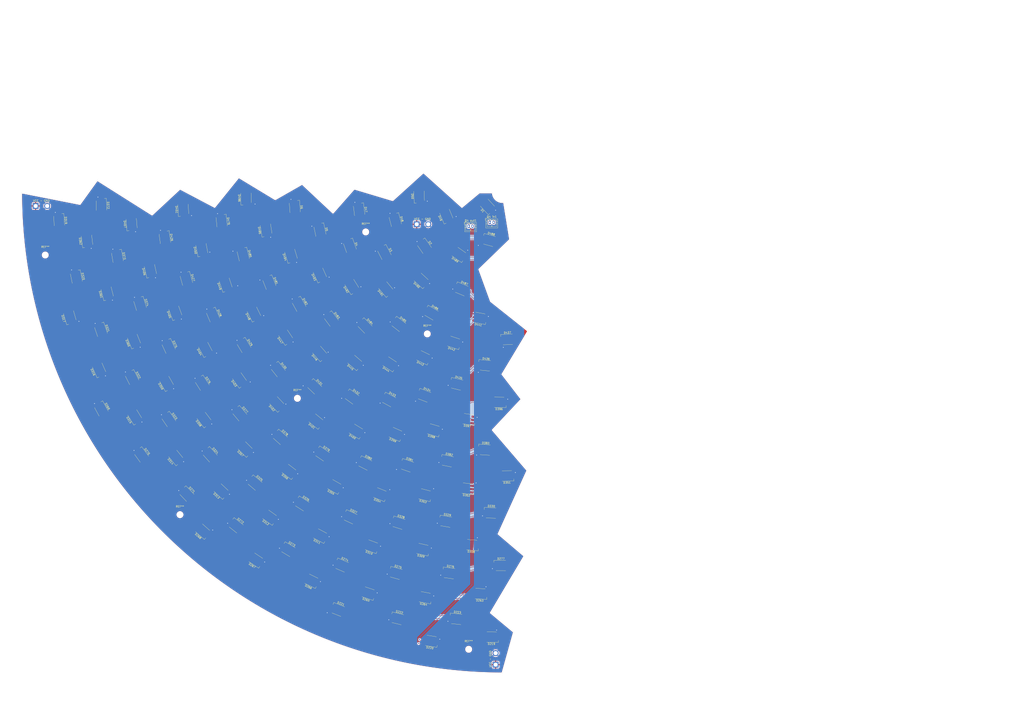
<source format=kicad_pcb>
(kicad_pcb (version 20240108) (generator "pcbnew") (generator_version "8.0")
  (layers (0 "F.Cu" signal) (31 "B.Cu" signal) (34 "B.Paste" user) (35 "F.Paste" user) (36 "B.SilkS" user "B.Silkscreen") (37 "F.SilkS" user "F.Silkscreen") (38 "B.Mask" user) (39 "F.Mask" user) (44 "Edge.Cuts" user))
  (net 0 "")
  (net 1 "Net-(D1-DO)")
  (net 2 "Net-(D1-CO)")
  (net 3 "VCC")
  (net 4 "GND")
  (net 5 "Net-(D1-CI)")
  (net 6 "Net-(D1-DI)")
  (net 7 "Net-(D2-CO)")
  (net 8 "Net-(D2-DO)")
  (net 9 "Net-(D2-CI)")
  (net 10 "Net-(D2-DI)")
  (net 11 "Net-(D3-CI)")
  (net 12 "Net-(D3-DI)")
  (net 13 "Net-(D4-DI)")
  (net 14 "Net-(D4-CI)")
  (net 15 "Net-(D5-CI)")
  (net 16 "Net-(D5-DI)")
  (net 17 "Net-(D47-DO)")
  (net 18 "Net-(D47-CO)")
  (net 19 "Net-(D49-CO)")
  (net 20 "Net-(D49-DO)")
  (net 21 "Net-(D47-DI)")
  (net 22 "Net-(D47-CI)")
  (net 23 "Net-(D48-CI)")
  (net 24 "Net-(D48-DI)")
  (net 25 "Net-(D219-CO)")
  (net 26 "Net-(D219-DO)")
  (net 27 "Net-(D221-CO)")
  (net 28 "Net-(D221-DO)")
  (net 29 "Net-(D222-CO)")
  (net 30 "Net-(D222-DO)")
  (net 31 "Net-(D263-CO)")
  (net 32 "Net-(D263-DO)")
  (net 33 "Net-(D264-CO)")
  (net 34 "Net-(D264-DO)")
  (net 35 "Net-(D265-DO)")
  (net 36 "Net-(D265-CO)")
  (net 37 "Net-(D266-DO)")
  (net 38 "Net-(D266-CO)")
  (net 39 "Net-(D267-CO)")
  (net 40 "Net-(D267-DO)")
  (net 41 "Net-(D269-CO)")
  (net 42 "Net-(D269-DO)")
  (net 43 "Net-(D270-CO)")
  (net 44 "Net-(D270-DO)")
  (net 45 "Net-(D271-DO)")
  (net 46 "Net-(D271-CO)")
  (net 47 "Net-(D272-DO)")
  (net 48 "Net-(D272-CO)")
  (net 49 "Net-(D273-DO)")
  (net 50 "Net-(D273-CO)")
  (net 51 "Net-(D274-DO)")
  (net 52 "Net-(D274-CO)")
  (net 53 "Net-(D275-DO)")
  (net 54 "Net-(D275-CO)")
  (net 55 "Net-(D276-CO)")
  (net 56 "Net-(D276-DO)")
  (net 57 "Net-(D308-CO)")
  (net 58 "Net-(D308-DO)")
  (net 59 "Net-(D309-CO)")
  (net 60 "Net-(D309-DO)")
  (net 61 "Net-(D310-DO)")
  (net 62 "Net-(D310-CO)")
  (net 63 "Net-(D311-DO)")
  (net 64 "Net-(D311-CO)")
  (net 65 "Net-(D312-DO)")
  (net 66 "Net-(D312-CO)")
  (net 67 "Net-(D313-CO)")
  (net 68 "Net-(D313-DO)")
  (net 69 "Net-(D314-DO)")
  (net 70 "Net-(D314-CO)")
  (net 71 "Net-(D315-CO)")
  (net 72 "Net-(D315-DO)")
  (net 73 "Net-(D316-DO)")
  (net 74 "Net-(D316-CO)")
  (net 75 "Net-(D319-CO)")
  (net 76 "Net-(D319-DO)")
  (net 77 "Net-(D320-CO)")
  (net 78 "Net-(D320-DO)")
  (net 79 "Net-(D321-DO)")
  (net 80 "Net-(D321-CO)")
  (net 81 "Net-(D322-DO)")
  (net 82 "Net-(D322-CO)")
  (net 83 "Net-(D323-CO)")
  (net 84 "Net-(D323-DO)")
  (net 85 "Net-(D324-DO)")
  (net 86 "Net-(D324-CO)")
  (net 87 "Net-(D325-DO)")
  (net 88 "Net-(D325-CO)")
  (net 89 "Net-(D326-CO)")
  (net 90 "Net-(D326-DO)")
  (net 91 "Net-(D327-CO)")
  (net 92 "Net-(D327-DO)")
  (net 93 "Net-(D328-CO)")
  (net 94 "Net-(D328-DO)")
  (net 95 "Net-(D329-DO)")
  (net 96 "Net-(D329-CO)")
  (net 97 "Net-(D220-CO)")
  (net 98 "Net-(D220-DO)")
  (net 99 "Net-(D351-CO)")
  (net 100 "Net-(D351-DO)")
  (net 101 "Net-(D352-DO)")
  (net 102 "Net-(D352-CO)")
  (net 103 "Net-(D353-CO)")
  (net 104 "Net-(D353-DO)")
  (net 105 "Net-(D354-CO)")
  (net 106 "Net-(D354-DO)")
  (net 107 "Net-(D355-CO)")
  (net 108 "Net-(D355-DO)")
  (net 109 "Net-(D356-CO)")
  (net 110 "Net-(D356-DO)")
  (net 111 "Net-(D357-DO)")
  (net 112 "Net-(D357-CO)")
  (net 113 "Net-(D358-CO)")
  (net 114 "Net-(D358-DO)")
  (net 115 "Net-(D359-CO)")
  (net 116 "Net-(D359-DO)")
  (net 117 "Net-(D360-DO)")
  (net 118 "Net-(D360-CO)")
  (net 119 "Net-(D361-CO)")
  (net 120 "Net-(D361-DO)")
  (net 121 "Net-(D219-CI)")
  (net 122 "Net-(D219-DI)")
  (net 123 "Net-(D372-CO)")
  (net 124 "Net-(D372-DO)")
  (net 125 "Net-(D373-CO)")
  (net 126 "Net-(D373-DO)")
  (net 127 "Net-(D374-CO)")
  (net 128 "Net-(D374-DO)")
  (net 129 "Net-(D375-CO)")
  (net 130 "Net-(D375-DO)")
  (net 131 "Net-(D376-DO)")
  (net 132 "Net-(D376-CO)")
  (net 133 "Net-(D377-DO)")
  (net 134 "Net-(D377-CO)")
  (net 135 "Net-(D378-DO)")
  (net 136 "Net-(D378-CO)")
  (net 137 "Net-(D379-DO)")
  (net 138 "Net-(D379-CO)")
  (net 139 "Net-(D380-DO)")
  (net 140 "Net-(D380-CO)")
  (net 141 "Net-(D381-DO)")
  (net 142 "Net-(D381-CO)")
  (net 143 "Net-(D382-DO)")
  (net 144 "Net-(D382-CO)")
  (net 145 "Net-(D221-DI)")
  (net 146 "Net-(D221-CI)")
  (net 147 "Net-(D396-DO)")
  (net 148 "Net-(D396-CO)")
  (net 149 "Net-(D397-CO)")
  (net 150 "Net-(D397-DO)")
  (net 151 "Net-(D398-DO)")
  (net 152 "Net-(D398-CO)")
  (net 153 "Net-(D399-DO)")
  (net 154 "Net-(D399-CO)")
  (net 155 "Net-(D400-CO)")
  (net 156 "Net-(D400-DO)")
  (net 157 "Net-(D401-DO)")
  (net 158 "Net-(D401-CO)")
  (net 159 "Net-(D402-CO)")
  (net 160 "Net-(D402-DO)")
  (net 161 "Net-(D403-CO)")
  (net 162 "Net-(D403-DO)")
  (net 163 "Net-(D404-CO)")
  (net 164 "Net-(D404-DO)")
  (net 165 "Net-(D405-DO)")
  (net 166 "Net-(D405-CO)")
  (net 167 "Net-(D406-CO)")
  (net 168 "Net-(D406-DO)")
  (net 169 "Net-(D426-CO)")
  (net 170 "Net-(D426-DO)")
  (net 171 "Net-(D427-DO)")
  (net 172 "Net-(D427-CO)")
  (net 173 "Net-(D428-DO)")
  (net 174 "Net-(D428-CO)")
  (net 175 "Net-(D429-DO)")
  (net 176 "Net-(D429-CO)")
  (net 177 "Net-(D430-CO)")
  (net 178 "Net-(D430-DO)")
  (net 179 "Net-(D431-CO)")
  (net 180 "Net-(D431-DO)")
  (net 181 "Net-(D432-CO)")
  (net 182 "Net-(D432-DO)")
  (net 183 "Net-(D433-DO)")
  (net 184 "Net-(D433-CO)")
  (net 185 "Net-(D434-DO)")
  (net 186 "Net-(D434-CO)")
  (net 187 "Net-(D435-DO)")
  (net 188 "Net-(D435-CO)")
  (net 189 "Net-(D436-CO)")
  (net 190 "Net-(D436-DO)")
  (net 191 "Net-(D263-CI)")
  (net 192 "Net-(D263-DI)")
  (net 193 "Net-(D269-DI)")
  (net 194 "Net-(D269-CI)")
  (net 195 "Net-(D441-CO)")
  (net 196 "Net-(D441-DO)")
  (net 197 "Net-(D442-DO)")
  (net 198 "Net-(D442-CO)")
  (net 199 "Net-(D443-CO)")
  (net 200 "Net-(D443-DO)")
  (net 201 "Net-(D444-DO)")
  (net 202 "Net-(D444-CO)")
  (net 203 "Net-(D445-CO)")
  (net 204 "Net-(D445-DO)")
  (net 205 "Net-(D446-CO)")
  (net 206 "Net-(D446-DO)")
  (net 207 "Net-(D447-CO)")
  (net 208 "Net-(D447-DO)")
  (net 209 "Net-(D448-CO)")
  (net 210 "Net-(D448-DO)")
  (net 211 "Net-(D449-DO)")
  (net 212 "Net-(D449-CO)")
  (net 213 "Net-(D450-CO)")
  (net 214 "Net-(D450-DO)")
  (net 215 "Net-(D308-DI)")
  (net 216 "Net-(D308-CI)")
  (net 217 "Net-(D479-DO)")
  (net 218 "Net-(D479-CO)")
  (net 219 "Net-(D480-CO)")
  (net 220 "Net-(D480-DO)")
  (net 221 "Net-(D481-CO)")
  (net 222 "Net-(D481-DO)")
  (net 223 "Net-(D482-CO)")
  (net 224 "Net-(D482-DO)")
  (net 225 "Net-(D483-DO)")
  (net 226 "Net-(D483-CO)")
  (net 227 "Net-(D484-DO)")
  (net 228 "Net-(D484-CO)")
  (net 229 "Net-(D485-CO)")
  (net 230 "Net-(D485-DO)")
  (net 231 "Net-(D486-CO)")
  (net 232 "Net-(D486-DO)")
  (net 233 "Net-(D488-DO)")
  (net 234 "Net-(D488-CO)")
  (net 235 "Net-(D489-CO)")
  (net 236 "Net-(D489-DO)")
  (net 237 "Net-(D490-DO)")
  (net 238 "Net-(D490-CO)")
  (net 239 "Net-(D491-CO)")
  (net 240 "Net-(D491-DO)")
  (net 241 "Net-(D492-DO)")
  (net 242 "Net-(D492-CO)")
  (net 243 "Net-(D493-CO)")
  (net 244 "Net-(D493-DO)")
  (net 245 "Net-(D494-DO)")
  (net 246 "Net-(D494-CO)")
  (net 247 "Net-(D495-DO)")
  (net 248 "Net-(D495-CO)")
  (net 249 "Net-(D319-DI)")
  (net 250 "Net-(D319-CI)")
  (net 251 "Net-(D351-DI)")
  (net 252 "Net-(D351-CI)")
  (net 253 "Net-(D372-DI)")
  (net 254 "Net-(D372-CI)")
  (net 255 "Net-(D396-CI)")
  (net 256 "Net-(D396-DI)")
  (net 257 "Net-(D426-DI)")
  (net 258 "Net-(D426-CI)")
  (net 259 "Net-(D441-DI)")
  (net 260 "Net-(D441-CI)")
  (net 261 "Net-(D479-CI)")
  (net 262 "Net-(D479-DI)")
  (footprint "LED_SMD:LED_RGB_5050-6" (layer "F.Cu") (at 143.852434 329.414075 100.668)
    (property "Reference" "D450")
    (property "Value" "APA102")
  )
  (footprint "LED_SMD:LED_RGB_5050-6" (layer "F.Cu") (at 281.794224 453.957947 173.256)
    (property "Reference" "D352")
    (property "Value" "APA102")
  )
  (footprint "LED_SMD:LED_RGB_5050-6" (layer "F.Cu") (at 257.809808 345.593176 137.22)
    (property "Reference" "D490")
    (property "Value" "APA102")
  )
  (footprint "LED_SMD:LED_RGB_5050-6" (layer "F.Cu") (at 179.054779 468.760195 144.372)
    (property "Reference" "D312")
    (property "Value" "APA102")
  )
  (footprint "LED_SMD:LED_RGB_5050-6" (layer "F.Cu") (at 171.534479 451.181546 -40.356)
    (property "Reference" "D325")
    (property "Value" "APA102")
  )
  (footprint "MountingHole:MountingHole_3.2mm_M3" (layer "F.Cu") (at 229 320.5)
    (property "Reference" "REF**")
    (property "Value" "MountingHole_3.2mm_M3")
  )
  (footprint "LED_SMD:LED_RGB_5050-6" (layer "F.Cu") (at 189.131323 444.926314 142.584)
    (property "Reference" "D356")
    (property "Value" "APA102")
  )
  (footprint "LED_SMD:LED_RGB_5050-6" (layer "F.Cu") (at 91.674434 412.772818 -61.572)
    (property "Reference" "D269")
    (property "Value" "APA102")
  )
  (footprint "LED_SMD:LED_RGB_5050-6" (layer "F.Cu") (at 108.610673 376.984581 111.912)
    (property "Reference" "D360")
    (property "Value" "APA102")
  )
  (footprint "Connector_JST:JST_PH_B2B-PH-K_1x02_P2.00mm_Vertical" (layer "F.Cu") (at 282.5 317.5)
    (property "Reference" "Q4 out1")
    (property "Value" "Conn_01x02_Pin")
  )
  (footprint "LED_SMD:LED_RGB_5050-6" (layer "F.Cu") (at 288.452761 508.628045 176.832)
    (property "Reference" "D263")
    (property "Value" "APA102")
  )
  (footprint "LED_SMD:LED_RGB_5050-6" (layer "F.Cu") (at 130.093462 362.257677 110.124)
    (property "Reference" "D405")
    (property "Value" "APA102")
  )
  (footprint "LED_SMD:LED_RGB_5050-6" (layer "F.Cu") (at 161.753707 473.376649 -38.568)
    (property "Reference" "D272")
    (property "Value" "APA102")
  )
  (footprint "LED_SMD:LED_RGB_5050-6" (layer "F.Cu") (at 126.752849 418.216643 -55.692)
    (property "Reference" "D323")
    (property "Value" "APA102")
  )
  (footprint "LED_SMD:LED_RGB_5050-6" (layer "F.Cu") (at 130.287148 437.607405 129.036)
    (property "Reference" "D314")
    (property "Value" "APA102")
  )
  (footprint "Connector_Wire:SolderWire-1.5sqmm_1x02_P6mm_D1.7mm_OD3mm" (layer "F.Cu") (at 296.5 545.5 90)
    (property "Reference" "VCC - GND")
    (property "Value" "SolderWire-1.5sqmm_1x02_P6mm_D1.7mm_OD3mm" (hide yes))
  )
  (footprint "LED_SMD:LED_RGB_5050-6" (layer "F.Cu") (at 270.81679 471.016345 -9.684)
    (property "Reference" "D329")
    (property "Value" "APA102")
  )
  (footprint "LED_SMD:LED_RGB_5050-6" (layer "F.Cu") (at 177.25146 319.178012 98.88)
    (property "Reference" "D495")
    (property "Value" "APA102")
  )
  (footprint "LED_SMD:LED_RGB_5050-6" (layer "F.Cu") (at 256.744235 301.785728 92.364)
    (property "Reference" "D50")
    (property "Value" "APA102")
  )
  (footprint "MountingHole:MountingHole_3.2mm_M3" (layer "F.Cu") (at 282.5 537.5)
    (property "Reference" "REF**")
    (property "Value" "MountingHole_3.2mm_M3")
  )
  (footprint "LED_SMD:LED_RGB_5050-6" (layer "F.Cu") (at 241.45698 389.041927 146.676)
    (property "Reference" "D444")
    (property "Value" "APA102")
  )
  (footprint "LED_SMD:LED_RGB_5050-6" (layer "F.Cu") (at 294.136352 466.579163 -2.016)
    (property "Reference" "D330")
    (property "Value" "APA102")
  )
  (footprint "LED_SMD:LED_RGB_5050-6" (layer "F.Cu") (at 94.682812 352.121036 104.244)
    (property "Reference" "D361")
    (property "Value" "APA102")
  )
  (footprint "LED_SMD:LED_RGB_5050-6" (layer "F.Cu") (at 291.106312 433.759681 -3.804)
    (property "Reference" "D383")
    (property "Value" "APA102")
  )
  (footprint "LED_SMD:LED_RGB_5050-6" (layer "F.Cu") (at 171.894398 491.073166 146.16)
    (property "Reference" "D267")
    (property "Value" "APA102")
  )
  (footprint "LED_SMD:LED_RGB_5050-6" (layer "F.Cu") (at 187.414051 375.006028 123.672)
    (property "Reference" "D447")
    (property "Value" "APA102")
  )
  (footprint "LED_SMD:LED_RGB_5050-6" (layer "F.Cu") (at 126.659374 380.2856 -65.148)
    (property "Reference" "D375")
    (property "Value" "APA102")
  )
  (footprint "LED_SMD:LED_RGB_5050-6" (layer "F.Cu") (at 259.598221 457.21783 165.588)
    (property "Reference" "D353")
    (property "Value" "APA102")
  )
  (footprint "MountingHole:MountingHole_3.2mm_M3" (layer "F.Cu") (at 132.5 467.5)
    (property "Reference" "REF**")
    (property "Value" "MountingHole_3.2mm_M3")
  )
  (footprint "LED_SMD:LED_RGB_5050-6" (layer "F.Cu") (at 111.796327 358.201181 -72.816)
    (property "Reference" "D374")
    (property "Value" "APA102")
  )
  (footprint "LED_SMD:LED_RGB_5050-6" (layer "F.Cu") (at 284.106283 483.287042 175.044)
    (property "Reference" "D308")
    (property "Value" "APA102")
  )
  (footprint "LED_SMD:LED_RGB_5050-6" (layer "F.Cu") (at 163.638281 415.18564 -49.812)
    (property "Reference" "D377")
    (property "Value" "APA102")
  )
  (footprint "LED_SMD:LED_RGB_5050-6" (layer "F.Cu") (at 100.001796 333.525637 -80.484)
    (property "Reference" "D373")
    (property "Value" "APA102")
  )
  (footprint "LED_SMD:LED_RGB_5050-6" (layer "F.Cu") (at 192.179604 307.827025 -85.848)
    (property "Reference" "D6")
    (property "Value" "APA102")
  )
  (footprint "LED_SMD:LED_RGB_5050-6" (layer "F.Cu") (at 188.837296 485.739342 -30.9)
    (property "Reference" "D273")
    (property "Value" "APA102")
  )
  (footprint "LED_SMD:LED_RGB_5050-6" (layer "F.Cu") (at 263.205523 362.754812 -30.384)
    (property "Reference" "D486")
    (property "Value" "APA102")
  )
  (footprint "LED_SMD:LED_RGB_5050-6" (layer "F.Cu") (at 214.766748 516.998946 -21.444)
    (property "Reference" "D221")
    (property "Value" "APA102")
  )
  (footprint "LED_SMD:LED_RGB_5050-6" (layer "F.Cu") (at 225.588697 309.257866 -82.908)
    (property "Reference" "D47")
    (property "Value" "APA102")
  )
  (footprint "Connector_JST:JST_PH_B2B-PH-K_1x02_P2.00mm_Vertical" (layer "F.Cu") (at 293.5 315.5)
    (property "Reference" "Q4 in1")
    (property "Value" "Conn_01x02_Pin")
  )
  (footprint "LED_SMD:LED_RGB_5050-6" (layer "F.Cu") (at 244.442025 425.562977 156.132)
    (property "Reference" "D399")
    (property "Value" "APA102")
  )
  (footprint "LED_SMD:LED_RGB_5050-6" (layer "F.Cu") (at 238.73677 331.425573 -62.844)
    (property "Reference" "D3")
    (property "Value" "APA102")
  )
  (footprint "LED_SMD:LED_RGB_5050-6" (layer "F.Cu") (at 165.383564 332.58704 -76.392)
    (property "Reference" "D480")
    (property "Value" "APA102")
  )
  (footprint "LED_SMD:LED_RGB_5050-6" (layer "F.Cu") (at 230.258159 508.388041 161.496)
    (property "Reference" "D265")
    (property "Value" "APA102")
  )
  (footprint "LED_SMD:LED_RGB_5050-6" (layer "F.Cu") (at 270.882669 312.017947 112.428)
    (property "Reference" "D49")
    (property "Value" "APA102")
  )
  (footprint "LED_SMD:LED_RGB_5050-6" (layer "F.Cu") (at 262.856061 533.252712 170.952)
    (property "Reference" "D220")
    (property "Value" "APA102")
  )
  (footprint "LED_SMD:LED_RGB_5050-6" (layer "F.Cu") (at 202.534097 401.168907 -43.932)
    (property "Reference" "D431")
    (property "Value" "APA102")
  )
  (footprint "MountingHole:MountingHole_3.2mm_M3" (layer "F.Cu") (at 62.5 332.5)
    (property "Reference" "REF**")
    (property "Value" "MountingHole_3.2mm_M3")
  )
  (footprint "LED_SMD:LED_RGB_5050-6" (layer "F.Cu") (at 282.30681 417.937275 171.468)
    (property "Reference" "D397")
    (property "Value" "APA102")
  )
  (footprint "LED_SMD:LED_RGB_5050-6" (layer "F.Cu") (at 294.431033 531.171444 178.62)
    (property "Reference" "D219")
    (property "Value" "APA102")
  )
  (footprint "LED_SMD:LED_RGB_5050-6" (layer "F.Cu") (at 107.349133 316.136712 94.788)
    (property "Reference" "D407")
    (property "Value" "APA102")
  )
  (footprint "LED_SMD:LED_RGB_5050-6" (layer "F.Cu") (at 239.415133 350.034727 129.552)
    (property "Reference" "D491")
    (property "Value" "APA102")
  )
  (footprint "LED_SMD:LED_RGB_5050-6" (layer "F.Cu") (at 153.84461 455.118026 136.704)
    (property "Reference" "D313")
    (property "Value" "APA102")
  )
  (footprint "LED_SMD:LED_RGB_5050-6" (layer "F.Cu") (at 246.239927 368.68118 -38.052)
    (property "Reference" "D485")
    (property "Value" "APA102")
  )
  (footprint "LED_SMD:LED_RGB_5050-6" (layer "F.Cu") (at 221.183383 468.868857 -25.02)
    (property "Reference" "D327")
    (property "Value" "APA102")
  )
  (footprint "LED_SMD:LED_RGB_5050-6" (layer "F.Cu") (at 108.973085 416.456935 121.368)
    (property "Reference" "D315")
    (property "Value" "APA102")
  )
  (footprint "LED_SMD:LED_RGB_5050-6" (layer "F.Cu") (at 278.931065 350.327427 -22.716)
    (property "Reference" "D487")
    (property "Value" "APA102")
  )
  (footprint "LED_SMD:LED_RGB_5050-6" (layer "F.Cu") (at 244.864288 497.954043 -15.564)
    (property "Reference" "D275")
    (property "Value" "APA102")
  )
  (footprint "LED_SMD:LED_RGB_5050-6" (layer "F.Cu") (at 205.30463 478.396431 152.04)
    (property "Reference" "D311")
    (property "Value" "APA102")
  )
  (footprint "LED_SMD:LED_RGB_5050-6" (layer "F.Cu") (at 107.657869 396.485775 -63.36)
    (property "Reference" "D322")
    (property "Value" "APA102")
  )
  (footprint "LED_SMD:LED_RGB_5050-6" (layer "F.Cu") (at 166.799742 302.818057 91.212)
    (property "Reference" "D496")
    (property "Value" "APA102")
  )
  (footprint "LED_SMD:LED_RGB_5050-6" (layer "F.Cu") (at 124.657977 323.794432 -82.272)
    (property "Reference" "D426")
    (property "Value" "APA102")
  )
  (footprint "LED_SMD:LED_RGB_5050-6" (layer "F.Cu") (at 75.248732 364.582256 106.032)
    (property "Reference" "D317")
    (property "Value" "APA102")
  )
  (footprint "MountingHole:MountingHole_3.2mm_M3" (layer "F.Cu") (at 193.5 407)
    (property "Reference" "REF**")
    (property "Value" "MountingHole_3.2mm_M3")
  )
  (footprint "LED_SMD:LED_RGB_5050-6" (layer "F.Cu") (at 211.202643 365.975596 -53.388)
    (property "Reference" "D483")
    (property "Value" "APA102")
  )
  (footprint "LED_SMD:LED_RGB_5050-6" (layer "F.Cu") (at 271.672448 439.583486 -11.472)
    (property "Reference" "D382")
    (property "Value" "APA102")
  )
  (footprint "LED_SMD:LED_RGB_5050-6" (layer "F.Cu") (at 178.974216 347.127589 -68.724)
    (property "Reference" "D481")
    (property "Value" "APA102")
  )
  (footprint "LED_SMD:LED_RGB_5050-6" (layer "F.Cu") (at 246.305389 471.844082 -17.352)
    (property "Reference" "D328")
    (property "Value" "APA102")
  )
  (footprint "LED_SMD:LED_RGB_5050-6" (layer "F.Cu") (at 145.683131 381.33452 117.792)
    (property "Reference" "D404")
    (property "Value" "APA102")
  )
  (footprint "LED_SMD:LED_RGB_5050-6" (layer "F.Cu") (at 236.357204 456.89039 157.92)
    (property "Reference" "D354")
    (property "Value" "APA102")
  )
  (footprint "LED_SMD:LED_RGB_5050-6" (layer "F.Cu") (at 250.707837 442.026521 -19.14)
    (property "Reference" "D381")
    (property "Value" "APA102")
  )
  (footprint "LED_SMD:LED_RGB_5050-6" (layer "F.Cu") (at 149.714587 363.990583 -66.936)
    (property "Reference" "D428")
    (property "Value" "APA102")
  )
  (footprint "LED_SMD:LED_RGB_5050-6" (layer "F.Cu") (at 244.386904 314.652085 -75.24)
    (property "Reference" "D48")
    (property "Value" "APA102")
  )
  (footprint "LED_SMD:LED_RGB_5050-6" (layer "F.Cu") (at 288.103326 365.333522 169.68)
    (property "Reference" "D441")
    (property "Value" "APA102")
  )
  (footprint "LED_SMD:LED_RGB_5050-6" (layer "F.Cu") (at 293.322456 324.837681 -15.048)
    (property "Reference" "D488")
    (property "Value" "APA102")
  )
  (footprint "LED_SMD:LED_RGB_5050-6" (layer "F.Cu") (at 302.376582 447.355359 -179.076)
    (property "Reference" "D351")
    (property "Value" "APA102")
  )
  (footprint "LED_SMD:LED_RGB_5050-6" (layer "F.Cu") (at 69.703263 314.63432 -86.364)
    (property "Reference" "D319")
    (property "Value" "APA102")
  )
  (footprint "LED_SMD:LED_RGB_5050-6" (layer "F.Cu") (at 258.439474 485.565952 167.376)
    (property "Reference" "D309")
    (property "Value" "APA102")
  )
  (footprint "LED_SMD:LED_RGB_5050-6" (layer "F.Cu") (at 112.57512 436.652531 -53.904)
    (property "Reference" "D270")
    (property "Value" "APA102")
  )
  (footprint "LED_SMD:LED_RGB_5050-6" (layer "F.Cu") (at 194.432425 358.382251 -61.056)
    (property "Reference" "D482")
    (property "Value" "APA102")
  )
  (footprint "LED_SMD:LED_RGB_5050-6" (layer "F.Cu") (at 299.228426 493.89341 -0.228)
    (property "Reference" "D277")
    (property "Value" "APA102")
  )
  (footprint "LED_SMD:LED_RGB_5050-6" (layer "F.Cu") (at 264.122242 423.49205 163.8)
    (property "Reference" "D398")
    (property "Value" "APA102")
  )
  (footprint "LED_SMD:LED_RGB_5050-6" (layer "F.Cu") (at 259.690108 510.592883 169.164)
    (property "Reference" "D264")
    (property "Value" "APA102")
  )
  (footprint "LED_SMD:LED_RGB_5050-6" (layer "F.Cu") (at 216.751262 493.934647 -23.232)
    (property "Reference" "D274")
    (property "Value" "APA102")
  )
  (footprint "LED_SMD:LED_RGB_5050-6" (layer "F.Cu") (at 205.07089 383.514754 131.34)
    (property "Reference" "D446")
    (property "Value" "APA102")
  )
  (footprint "LED_SMD:LED_RGB_5050-6" (layer "F.Cu") (at 170.950745 362.952679 116.004)
    (property "Reference" "D448")
    (property "Value" "APA102")
  )
  (footprint "LED_SMD:LED_RGB_5050-6" (layer "F.Cu") (at 183.627458 392.235739 -51.6)
    (property "Reference" "D430")
    (property "Value" "APA102")
  )
  (footprint "Connector_Wire:SolderWire-1.5sqmm_1x02_P6mm_D1.7mm_OD3mm" (layer "F.Cu") (at 255.5 316.5)
    (property "Reference" "VCC - GND")
    (property "Value" "SolderWire-1.5sqmm_1x02_P6mm_D1.7mm_OD3mm")
  )
  (footprint "LED_SMD:LED_RGB_5050-6" (layer "F.Cu") (at 144.977688 417.873164 127.248)
    (property "Reference" "D358")
    (property "Value" "APA102")
  )
  (footprint "LED_SMD:LED_RGB_5050-6" (layer "F.Cu") (at 298.354583 409.106794 179.136)
    (property "Reference" "D396")
    (property "Value" "APA102")
  )
  (footprint "LED_SMD:LED_RGB_5050-6" (layer "F.Cu") (at 78.689199 344.238329 -78.696)
    (property "Reference" "D320")
    (property "Value" "APA102")
  )
  (footprint "LED_SMD:LED_RGB_5050-6" (layer "F.Cu") (at 223.902569 424.004762 148.464)
    (property "Reference" "D400")
    (property "Value" "APA102")
  )
  (footprint "LED_SMD:LED_RGB_5050-6" (layer "F.Cu") (at 184.660844 427.451477 -42.144)
    (property "Reference" "D378")
    (property "Value" "APA102")
  )
  (footprint "LED_SMD:LED_RGB_5050-6" (layer "F.Cu") (at 291.198433 389.894562 -5.592)
    (property "Reference" "D436")
    (property "Value" "APA102")
  )
  (footprint "LED_SMD:LED_RGB_5050-6" (layer "F.Cu") (at 166.367732 433.24101 134.916)
    (property "Reference" "D357")
    (property "Value" "APA102")
  )
  (footprint "LED_SMD:LED_RGB_5050-6" (layer "F.Cu") (at 190.202663 332.623532 106.548)
    (property "Reference" "D494")
    (property "Value" "APA102")
  )
  (footprint "LED_SMD:LED_RGB_5050-6" (layer "F.Cu") (at 134.207946 308.688793 93)
    (property "Reference" "D451")
    (property "Value" "APA102")
  )
  (footprint "LED_SMD:LED_RGB_5050-6" (layer "F.Cu") (at 212.665238 452.816522 150.252)
    (property "Reference" "D355")
    (property "Value" "APA102")
  )
  (footprint "LED_SMD:LED_RGB_5050-6" (layer "F.Cu") (at 144.115576 399.385845 -57.48)
    (property "Reference" "D376")
    (property "Value" "APA102")
  )
  (footprint "LED_SMD:LED_RGB_5050-6" (layer "F.Cu") (at 206.58836 436.036817 -34.476)
    (property "Reference" "D379")
    (property "Value" "APA102")
  )
  (footprint "LED_SMD:LED_RGB_5050-6" (layer "F.Cu") (at 274.674586 377.999188 162.012)
    (property "Reference" "D442")
    (property "Value" "APA102")
  )
  (footprint "LED_SMD:LED_RGB_5050-6" (layer "F.Cu") (at 277.402805 332.138245 144.888)
    (property "Reference" "D489")
    (property "Value" "APA102")
  )
  (footprint "LED_SMD:LED_RGB_5050-6" (layer "F.Cu") (at 241.176615 407.907643 -28.596)
    (property "Reference" "D433")
    (property "Value" "APA102")
  )
  (footprint "LED_SMD:LED_RGB_5050-6" (layer "F.Cu") (at 205.247446 319.82936 -78.18)
    (property "Reference" "D5")
    (property "Value" "APA102")
  )
  (footprint "LED_SMD:LED_RGB_5050-6" (layer "F.Cu") (at 221.931201 406.417868 -36.264)
    (property "Reference" "D432")
    (property "Value" "APA102")
  )
  (footprint "LED_SMD:LED_RGB_5050-6" (layer "F.Cu") (at 84.203477 324.876911 96.576)
    (property "Reference" "D362")
    (property "Value" "APA102")
  )
  (footprint "LED_SMD:LED_RGB_5050-6" (layer "F.Cu") (at 228.684316 369.545476 -45.72)
    (property "Reference" "D484")
    (property "Value" "APA102")
  )
  (footprint "LED_SMD:LED_RGB_5050-6" (layer "F.Cu") (at 144.245262 475.999181 138.492)
    (property "Reference" "D268")
    (property "Value" "APA102")
  )
  (footprint "LED_SMD:LED_RGB_5050-6" (layer "F.Cu") (at 258.832831 385.707433 154.344)
    (property "Reference" "D443")
    (property "Value" "APA102")
  )
  (footprint "LED_SMD:LED_RGB_5050-6" (layer "F.Cu") (at 220.812243 328.023191 -70.512)
    (property "Reference" "D4")
    (property "Value" "APA102")
  )
  (footprint "Connector_Wire:SolderWire-1.5sqmm_1x02_P6mm_D1.7mm_OD3mm" (layer "F.Cu") (at 57.5 307)
    (property "Reference" "VCC - GND")
    (property "Value" "SolderWire-1.5sqmm_1x02_P6mm_D1.7mm_OD3mm")
  )
  (footprint "LED_SMD:LED_RGB_5050-6" (layer "F.Cu") (at 223.303898 388.253656 139.008)
    (property "Reference" "D445")
    (property "Value" "APA102")
  )
  (footprint "LED_SMD:LED_RGB_5050-6" (layer "F.Cu") (at 156.25541 347.639194 108.336)
    (property "Reference" "D449")
    (property "Value" "APA102")
  )
  (footprint "MountingHole:MountingHole_3.2mm_M3" (layer "F.Cu") (at 261 373.5)
    (property "Reference" "REF**")
    (property "Value" "MountingHole_3.2mm_M3")
  )
  (footprint "LED_SMD:LED_RGB_5050-6" (layer "F.Cu") (at 148.234734 436.534992 -48.024)
    (property "Reference" "D324")
    (property "Value" "APA102")
  )
  (footprint "LED_SMD:LED_RGB_5050-6" (layer "F.Cu") (at 203.137987 418.747633 140.796)
    (property "Reference" "D401")
    (property "Value" "APA102")
  )
  (footprint "LED_SMD:LED_RGB_5050-6" (layer "F.Cu") (at 136.128963 456.949143 -46.236)
    (property "Reference" "D271")
    (property "Value" "APA102")
  )
  (footprint "LED_SMD:LED_RGB_5050-6" (layer "F.Cu") (at 276.273643 521.720116 -6.108)
    (property "Reference" "D223")
    (property "Value" "APA102")
  )
  (footprint "LED_SMD:LED_RGB_5050-6" (layer "F.Cu") (at 272.555675 497.882058 -7.896)
    (property "Reference" "D276")
    (property "Value" "APA102")
  )
  (footprint "LED_SMD:LED_RGB_5050-6" (layer "F.Cu") (at 135.829343 345.207802 -74.604)
    (property "Reference" "D427")
    (property "Value" "APA102")
  )
  (footprint "LED_SMD:LED_RGB_5050-6" (layer "F.Cu") (at 205.201853 342.635799 114.216)
    (property "Reference" "D493")
    (property "Value" "APA102")
  )
  (footprint "LED_SMD:LED_RGB_5050-6" (layer "F.Cu") (at 276.525938 399.612842 -13.26)
    (property "Reference" "D435")
    (property "Value" "APA102")
  )
  (footprint "LED_SMD:LED_RGB_5050-6" (layer "F.Cu") (at 302.769089 376.390982 2.076)
    (property "Reference" "D437")
    (property "Value" "APA102")
  )
  (footprint "LED_SMD:LED_RGB_5050-6" (layer "F.Cu") (at 200.779703 501.891264 153.828)
    (property "Reference" "D266")
    (property "Value" "APA102")
  )
  (footprint "LED_SMD:LED_RGB_5050-6" (layer "F.Cu") (at 228.809483 440.884386 -26.808)
    (property "Reference" "D380")
    (property "Value" "APA102")
  )
  (footprint "LED_SMD:LED_RGB_5050-6" (layer "F.Cu") (at 259.605424 405.628018 -20.928)
    (property "Reference" "D434")
    (property "Value" "APA102")
  )
  (footprint "LED_SMD:LED_RGB_5050-6" (layer "F.Cu") (at 221.764595 348.666943 121.884)
    (property "Reference" "D492")
    (property "Value" "APA102")
  )
  (footprint "LED_SMD:LED_RGB_5050-6" (layer "F.Cu") (at 259.570699 328.124218 -55.176)
    (property "Reference" "D2")
    (property "Value" "APA102")
  )
  (footprint "LED_SMD:LED_RGB_5050-6" (layer "F.Cu") (at 125.542811 399.024943 119.58)
    (property "Reference" "D359")
    (property "Value" "APA102")
  )
  (footprint "LED_SMD:LED_RGB_5050-6" (layer "F.Cu") (at 196.054853 461.985821 -32.688)
    (property "Reference" "D326")
    (property "Value" "APA102")
  )
  (footprint "LED_SMD:LED_RGB_5050-6" (layer "F.Cu") (at 292.257597 307.092616 132.492)
    (property "Reference" "D1")
    (property "Value" "APA102")
  )
  (footprint "LED_SMD:LED_RGB_5050-6" (layer "F.Cu") (at 163.428043 397.272045 125.46)
    (property "Reference" "D403")
    (property "Value" "APA102")
  )
  (footprint "LED_SMD:LED_RGB_5050-6" (layer "F.Cu") (at 165.826988 379.767493 -59.268)
    (property "Reference" "D429")
    (property "Value" "APA102")
  )
  (footprint "LED_SMD:LED_RGB_5050-6" (layer "F.Cu") (at 91.68935 306.721116 -88.152)
    (property "Reference" "D372")
    (property "Value" "APA102")
  )
  (footprint "LED_SMD:LED_RGB_5050-6" (layer "F.Cu") (at 154.162734 315.173723 -84.06)
    (property "Reference" "D479")
    (property "Value" "APA102")
  )
  (footprint "LED_SMD:LED_RGB_5050-6" (layer "F.Cu") (at 245.678932 521.556362 -13.776)
    (property "Reference" "D222")
    (property "Value" "APA102")
  )
  (footprint "LED_SMD:LED_RGB_5050-6" (layer "F.Cu") (at 117.165488 340.386152 102.456)
    (property "Reference" "D406")
    (property "Value" "APA102")
  )
  (footprint "LED_SMD:LED_RGB_5050-6" (layer "F.Cu") (at 91.478096 371.685883 -71.028)
    (property "Reference" "D321")
    (property "Value" "APA102")
  )
  (footprint "LED_SMD:LED_RGB_5050-6" (layer "F.Cu") (at 182.775627 409.804128 133.128)
    (property "Reference" "D402")
    (property "Value" "APA102")
  )
  (footprint "LED_SMD:LED_RGB_5050-6" (layer "F.Cu") (at 231.972113 483.982218 159.708)
    (property "Reference" "D310")
    (property "Value" "APA102")
  )
  (footprint "LED_SMD:LED_RGB_5050-6" (layer "F.Cu") (at 90.457762 391.982611 113.7)
    (property "Reference" "D316")
    (property "Value" "APA102")
  )
  (gr_line (start 243 304) (end 259 289.5) (stroke (width 0.05)) (layer "Edge.Cuts"))
  (gr_line (start 294 356.5) (end 288 340) (stroke (width 0.05)) (layer "Edge.Cuts"))
  (gr_line (start 294 518.5) (end 311.5 489) (stroke (width 0.05)) (layer "Edge.Cuts"))
  (gr_line (start 288 300) (end 295.008549 300) (stroke (width 0.05)) (layer "Edge.Cuts"))
  (gr_line (start 182 303.5) (end 196 295.5) (stroke (width 0.05)) (layer "Edge.Cuts"))
  (gr_line (start 163 292) (end 182 303.5) (stroke (width 0.05)) (layer "Edge.Cuts"))
  (gr_line (start 89.5 293.5) (end 118 311.5) (stroke (width 0.05)) (layer "Edge.Cuts"))
  (gr_line (start 288 340) (end 304 324.5) (stroke (width 0.05)) (layer "Edge.Cuts"))
  (gr_line (start 259 289.5) (end 279 307.5) (stroke (width 0.05)) (layer "Edge.Cuts"))
  (gr_line (start 300 550) (end 306 528.5) (stroke (width 0.05)) (layer "Edge.Cuts"))
  (gr_line (start 298 477.5) (end 313 444.5) (stroke (width 0.05)) (layer "Edge.Cuts"))
  (gr_line (start 294 518.5) (end 306 528.5) (stroke (width 0.05)) (layer "Edge.Cuts"))
  (gr_line (start 132.5 298) (end 150.5 307.5) (stroke (width 0.05)) (layer "Edge.Cuts"))
  (gr_line (start 118 311.5) (end 132.5 298) (stroke (width 0.05)) (layer "Edge.Cuts"))
  (gr_line (start 300 394.5) (end 313.5 372) (stroke (width 0.05)) (layer "Edge.Cuts"))
  (gr_line (start 212 310.5) (end 223 298) (stroke (width 0.05)) (layer "Edge.Cuts"))
  (gr_line (start 212 310.5) (end 196 295.5) (stroke (width 0.05)) (layer "Edge.Cuts"))
  (gr_arc (start 300.814241 304.924591) (mid 296.771197 303.806496) (end 295.008549 300) (stroke (width 0.05)) (layer "Edge.Cuts"))
  (gr_line (start 223 298) (end 243 304) (stroke (width 0.05)) (layer "Edge.Cuts"))
  (gr_line (start 279 307.5) (end 288 300) (stroke (width 0.05)) (layer "Edge.Cuts"))
  (gr_arc (start 300 550) (mid 123.223305 476.776695) (end 50 300) (stroke (width 0.05)) (layer "Edge.Cuts"))
  (gr_line (start 304 324.5) (end 300.814241 304.924591) (stroke (width 0.05)) (layer "Edge.Cuts"))
  (gr_line (start 295 423.5) (end 310 407.5) (stroke (width 0.05)) (layer "Edge.Cuts"))
  (gr_line (start 80.5 306) (end 89.5 293.5) (stroke (width 0.05)) (layer "Edge.Cuts"))
  (gr_line (start 150.5 307.5) (end 163 292) (stroke (width 0.05)) (layer "Edge.Cuts"))
  (gr_line (start 310 407.5) (end 300 394.5) (stroke (width 0.05)) (layer "Edge.Cuts"))
  (gr_line (start 298 477.5) (end 311.5 489) (stroke (width 0.05)) (layer "Edge.Cuts"))
  (gr_line (start 80.5 306) (end 50 300) (stroke (width 0.05)) (layer "Edge.Cuts"))
  (gr_line (start 313 444.5) (end 295 423.5) (stroke (width 0.05)) (layer "Edge.Cuts"))
  (gr_line (start 313.5 372) (end 294 356.5) (stroke (width 0.05)) (layer "Edge.Cuts"))
  (segment (start 276.5 316.5) (end 276 316.5) (width 0.2) (layer "F.Cu") (net 1))
  (segment (start 289.382896 306.471252) (end 286.528748 306.471252) (width 0.2) (layer "F.Cu") (net 1))
  (segment (start 270.226911 316.726911) (end 270.226911 314.884998) (width 0.2) (layer "F.Cu") (net 1))
  (segment (start 271.5 317) (end 270.5 317) (width 0.2) (layer "F.Cu") (net 1))
  (segment (start 276 316.5) (end 275 317.5) (width 0.2) (layer "F.Cu") (net 1))
  (segment (start 286.528748 306.471252) (end 276.5 316.5) (width 0.2) (layer "F.Cu") (net 1))
  (segment (start 275 317.5) (end 272 317.5) (width 0.2) (layer "F.Cu") (net 1))
  (segment (start 270.5 317) (end 270.226911 316.726911) (width 0.2) (layer "F.Cu") (net 1))
  (segment (start 272 317.5) (end 271.5 317) (width 0.2) (layer "F.Cu") (net 1))
  (segment (start 289.928643 304.615139) (end 290.636428 305.322924) (width 0.2) (layer "F.Cu") (net 2))
  (segment (start 271.79832 315.79832) (end 272.5 316.5) (width 0.2) (layer "F.Cu") (net 2))
  (segment (start 286.884861 304.615139) (end 289.928643 304.615139) (width 0.2) (layer "F.Cu") (net 2))
  (segment (start 272.5 316.5) (end 275 316.5) (width 0.2) (layer "F.Cu") (net 2))
  (segment (start 275 316.5) (end 286.884861 304.615139) (width 0.2) (layer "F.Cu") (net 2))
  (segment (start 271.79832 314.236409) (end 271.79832 315.79832) (width 0.2) (layer "F.Cu") (net 2))
  (segment (start 185.657048 410.393544) (end 186.050592 410) (width 0.8) (layer "F.Cu") (net 4))
  (segment (start 289.143723 325.856277) (end 287.5 327.5) (width 0.8) (layer "F.Cu") (net 4))
  (segment (start 96.921072 354.028965) (end 97.413175 355.967478) (width 0.8) (layer "F.Cu") (net 4))
  (segment (start 181.995822 468.776457) (end 183.621454 469.941497) (width 0.8) (layer "F.Cu") (net 4))
  (segment (start 304.748855 445.616877) (end 306.748594 445.584625) (width 0.8) (layer "F.Cu") (net 4))
  (segment (start 242.096158 498.947752) (end 240.169496 498.411123) (width 0.8) (layer "F.Cu") (net 4))
  (segment (start 156.757183 455.526573) (end 158.212824 456.898108) (width 0.8) (layer "F.Cu") (net 4))
  (segment (start 160.154385 330.654385) (end 160 330.5) (width 0.8) (layer "F.Cu") (net 4))
  (segment (start 268.982284 440.772189) (end 267.02224 440.374411) (width 0.8) (layer "F.Cu") (net 4))
  (segment (start 199.626237 400.728054) (end 199.398183 400.5) (width 0.8) (layer "F.Cu") (net 4))
  (segment (start 244.396297 388.939942) (end 246.067451 390.038687) (width 0.8) (layer "F.Cu") (net 4))
  (segment (start 273.706383 523.155098) (end 271.717737 522.942293) (width 0.8) (layer "F.Cu") (net 4))
  (segment (start 166.205052 398.240667) (end 166.464385 398.5) (width 0.8) (layer "F.Cu") (net 4))
  (segment (start 89.090191 369.968936) (end 88.439979 368.077581) (width 0.8) (layer "F.Cu") (net 4))
  (segment (start 208.221543 478.020115) (end 209.988093 478.957825) (width 0.8) (layer "F.Cu") (net 4))
  (segment (start 226.837275 423.811114) (end 228.541898 424.857182) (width 0.8) (layer "F.Cu") (net 4))
  (segment (start 179.301563 321.286824) (end 179.610294 323.262851) (width 0.8) (layer "F.Cu") (net 4))
  (segment (start 218.408971 326.32782) (end 216.67218 326.32782) (width 0.8) (layer "F.Cu") (net 4))
  (segment (start 190.310299 305.556408) (end 190.165494 303.561658) (width 0.8) (layer "F.Cu") (net 4))
  (segment (start 207.736688 344.127308) (end 207.863996 344) (width 0.8) (layer "F.Cu") (net 4))
  (segment (start 218.289611 469.394286) (end 216.477291 468.548417) (width 0.8) (layer "F.Cu") (net 4))
  (segment (start 158.624111 349.38254) (end 161.61746 349.38254) (width 0.8) (layer "F.Cu") (net 4))
  (segment (start 242.943154 522.635956) (end 241.000686 522.159703) (width 0.8) (layer "F.Cu") (net 4))
  (segment (start 133.241177 456.391747) (end 131.857798 454.947358) (width 0.8) (layer "F.Cu") (net 4))
  (segment (start 163.166619 330.654385) (end 160.154385 330.654385) (width 0.8) (layer "F.Cu") (net 4))
  (segment (start 170.681562 305.181562) (end 171.5 306) (width 0.8) (layer "F.Cu") (net 4))
  (segment (start 246.154361 442.845639) (end 245 444) (width 0.8) (layer "F.Cu") (net 4))
  (segment (start 225.791627 369.01411) (end 224.395297 367.582238) (width 0.8) (layer "F.Cu") (net 4))
  (segment (start 180.804424 391.410827) (end 179.562129 389.843441) (width 0.8) (layer "F.Cu") (net 4))
  (segment (start 190.159484 376.060823) (end 191.268359 377.725273) (width 0.8) (layer "F.Cu") (net 4))
  (segment (start 280.343875 332.128018) (end 282 330.471893) (width 0.8) (layer "F.Cu") (net 4))
  (segment (start 79.419419 366.419419) (end 80 367) (width 0.8) (layer "F.Cu") (net 4))
  (segment (start 237.007263 409.5) (end 236.499673 409.5) (width 0.8) (layer "F.Cu") (net 4))
  (segment (start 284.932467 416.612158) (end 286.910333 416.908881) (width 0.8) (layer "F.Cu") (net 4))
  (segment (start 122.650688 321.644829) (end 122.381748 319.662994) (width 0.8) (layer "F.Cu") (net 4))
  (segment (start 273.369734 313.587823) (end 274.912177 313.587823) (width 0.8) (layer "F.Cu") (net 4))
  (segment (start 76.551742 342.218111) (end 76.159713 340.25691) (width 0.8) (layer "F.Cu") (net 4))
  (segment (start 97.928414 331.439711) (end 97.597768 329.467233) (width 0.8) (layer "F.Cu") (net 4))
  (segment (start 265.493543 531.951294) (end 267.468656 532.265817) (width 0.8) (layer "F.Cu") (net 4))
  (segment (start 300.432247 378.176806) (end 300.432247 380.432247) (width 0.8) (layer "F.Cu") (net 4))
  (segment (start 224.475781 349.806887) (end 225.282668 349) (width 0.8) (layer "F.Cu") (net 4))
  (segment (start 109.78753 435.714794) (end 108.609251 434.098732) (width 0.8) (layer "F.Cu") (net 4))
  (segment (start 160.790883 414.449211) (end 159.500288 412.921349) (width 0.8) (layer "F.Cu") (net 4))
  (segment (start 133.553176 343.345259) (end 133.022199 341.417032) (width 0.8) (layer "F.Cu") (net 4))
  (segment (start 225.900725 441.319271) (end 224.11568 440.417267) (width 0.8) (layer "F.Cu") (net 4))
  (segment (start 105.062219 395.102807) (end 104.165453 393.315125) (width 0.8) (layer "F.Cu") (net 4))
  (segment (start 209.126307 383) (end 209.5 383) (width 0.8) (layer "F.Cu") (net 4))
  (segment (start 203.647585 436.079688) (end 201.998859 434.947567) (width 0.8) (layer "F.Cu") (net 4))
  (segment (start 282 330.471893) (end 282 330) (width 0.8) (layer "F.Cu") (net 4))
  (segment (start 260.275303 363.007422) (end 258.782725 364.5) (width 0.8) (layer "F.Cu") (net 4))
  (segment (start 269.944892 499.236238) (end 267.963854 498.961488) (width 0.8) (layer "F.Cu") (net 4))
  (segment (start 176.519215 345.50803) (end 174.00803 345.50803) (width 0.8) (layer "F.Cu") (net 4))
  (segment (start 89.036896 411.471511) (end 88.084788 409.712679) (width 0.8) (layer "F.Cu") (net 4))
  (segment (start 223.605392 307.086116) (end 223.358467 305.101418) (width 0.8) (layer "F.Cu") (net 4))
  (segment (start 203.091883 317.828474) (end 201.328474 317.828474) (width 0.8) (layer "F.Cu") (net 4))
  (segment (start 111.673895 417.621249) (end 112.71496 419.328932) (width 0.8) (layer "F.Cu") (net 4))
  (segment (start 274.912177 313.587823) (end 276 312.5) (width 0.8) (layer "F.Cu") (net 4))
  (segment (start 300.779946 407.443176) (end 302.779718 407.473334) (width 0.8) (layer "F.Cu") (net 4))
  (segment (start 128.205977 400.27296) (end 129.193253 402.012294) (width 0.8) (layer "F.Cu") (net 4))
  (segment (start 239.220219 456.21723) (end 239.78277 456.21723) (width 0.8) (layer "F.Cu") (net 4))
  (segment (start 206.072291 418.947302) (end 207.622091 417.397502) (width 0.8) (layer "F.Cu") (net 4))
  (segment (start 166.464385 398.5) (end 169 398.5) (width 0.8) (layer "F.Cu") (net 4))
  (segment (start 137.496533 310.996533) (end 138.5 312) (width 0.8) (layer "F.Cu") (net 4))
  (segment (start 243.302202 368.540544) (end 241.727299 367.307792) (width 0.8) (layer "F.Cu") (net 4))
  (segment (start 239.78277 456.21723) (end 241.5 454.5) (width 0.8) (layer "F.Cu") (net 4))
  (segment (start 158.817369 473.209563) (end 157.253632 471.962677) (width 0.8) (layer "F.Cu") (net 4))
  (segment (start 109.243527 318.386439) (end 109.410465 320.379459) (width 0.8) (layer "F.Cu") (net 4))
  (segment (start 296.871279 527.628721) (end 297 527.5) (width 0.8) (layer "F.Cu") (net 4))
  (segment (start 260.613565 304.113565) (end 261 304.5) (width 0.8) (layer "F.Cu") (net 4))
  (segment (start 284.811866 452.55155) (end 286.363416 451) (width 0.8) (layer "F.Cu") (net 4))
  (segment (start 284.377255 452.55155) (end 284.811866 452.55155) (width 0.8) (layer "F.Cu") (net 4))
  (segment (start 109.463154 356.410564) (end 108.872272 354.499843) (width 0.8) (layer "F.Cu") (net 4))
  (segment (start 300.432247 380.432247) (end 300.5 380.5) (width 0.8) (layer "F.Cu") (net 4))
  (segment (start 92.979063 393.49689) (end 93.782958 395.328215) (width 0.8) (layer "F.Cu") (net 4))
  (segment (start 191.783276 357.10475) (end 190.815367 355.354564) (width 0.8) (layer "F.Cu") (net 4))
  (segment (start 201.328474 317.828474) (end 201 317.5) (width 0.8) (layer "F.Cu") (net 4))
  (segment (start 273.799995 400.71703) (end 271.853317 400.25829) (width 0.8) (layer "F.Cu") (net 4))
  (segment (start 226.230542 388.544784) (end 227.740144 389.856691) (width 0.8) (layer "F.Cu") (net 4))
  (segment (start 147.985818 475.5) (end 149.5 475.5) (width 0.8) (layer "F.Cu") (net 4))
  (segment (start 247.883116 442.845639) (end 246.154361 442.845639) (width 0.8) (layer "F.Cu") (net 4))
  (segment (start 148.306062 382.665023) (end 149.141039 383.5) (width 0.8) (layer "F.Cu") (net 4))
  (segment (start 111.083499 378.576791) (end 111.829863 380.432307) (width 0.8) (layer "F.Cu") (net 4))
  (segment (start 276.060754 350.968767) (end 274.215894 350.19644) (width 0.8) (layer "F.Cu") (net 4))
  (segment (start 168.604784 450.922925) (end 167.080713 449.627856) (width 0.8) (layer "F.Cu") (net 4))
  (segment (start 147.21025 362.448412) (end 146.426732 360.608277) (width 0.8) (layer "F.Cu") (net 4))
  (segment (start 287.806511 435.296711) (end 286.603222 436.5) (width 0.8) (layer "F.Cu") (net 4))
  (segment (start 186.050592 410) (end 187.5 410) (width 0.8) (layer "F.Cu") (net 4))
  (segment (start 147.542105 331.457895) (end 148 331) (width 0.8) (layer "F.Cu") (net 4))
  (segment (start 225.282668 349) (end 226.5 349) (width 0.8) (layer "F.Cu") (net 4))
  (segment (start 288.644199 391.352607) (end 288.644199 392.355801) (width 0.8) (layer "F.Cu") (net 4))
  (segment (start 86.167142 327.066435) (end 86.396184 329.053276) (width 0.8) (layer "F.Cu") (net 4))
  (segment (start 207.622091 417.397502) (end 207.622091 417) (width 0.8) (layer "F.Cu") (net 4))
  (segment (start 256.756521 406.358601) (end 256.756521 406.63194) (width 0.8) (layer "F.Cu") (net 4))
  (segment (start 291.678035 468.193682) (end 289.679273 468.123325) (width 0.8) (layer "F.Cu") (net 4))
  (segment (start 149.141039 383.5) (end 151.5 383.5) (width 0.8) (layer "F.Cu") (net 4))
  (segment (start 261.152993 484.431575) (end 263.104643 484.868679) (width 0.8) (layer "F.Cu") (net 4))
  (segment (start 119.343127 342.362987) (end 119.774506 344.31591) (width 0.8) (layer "F.Cu") (net 4))
  (segment (start 260.725943 345.975475) (end 262.193876 347.333845) (width 0.8) (layer "F.Cu") (net 4))
  (segment (start 152.223493 312.962537) (end 152.01652 310.973276) (width 0.8) (layer "F.Cu") (net 4))
  (segment (start 277.482267 377.123445) (end 279.384509 377.74108) (width 0.8) (layer "F.Cu") (net 4))
  (segment (start 208.406722 365.063002) (end 207.213936 363.457617) (width 0.8) (layer "F.Cu") (net 4))
  (segment (start 295.132298 307.71398) (end 296.483272 309.188723) (width 0.8) (layer "F.Cu") (net 4))
  (segment (start 209.796156 517.703844) (end 209 518.5) (width 0.8) (layer "F.Cu") (net 4))
  (segment (start 145.967334 331.457895) (end 147.542105 331.457895) (width 0.8) (layer "F.Cu") (net 4))
  (segment (start 261.732257 385.214156) (end 263.535076 386.080089) (width 0.8) (layer "F.Cu") (net 4))
  (segment (start 243.507602 472.750937) (end 241.598621 472.154455) (width 0.8) (layer "F.Cu") (net 4))
  (segment (start 192.515817 334.439936) (end 193.085454 336.357098) (width 0.8) (layer "F.Cu") (net 4))
  (segment (start 136.031223 310.996533) (end 137.496533 310.996533) (width 0.8) (layer "F.Cu") (net 4))
  (segment (start 234.812732 483.220055) (end 236.688606 483.913664) (width 0.8) (layer "F.Cu") (net 4))
  (segment (start 218.990519 406.368962) (end 218.359481 407) (width 0.8) (layer "F.Cu") (net 4))
  (segment (start 286.644174 481.800736) (end 286.644174 479.855826) (width 0.8) (layer "F.Cu") (net 4))
  (segment (start 207.863996 344) (end 210 344) (width 0.8) (layer "F.Cu") (net 4))
  (segment (start 216.67218 326.32782) (end 216.5 326.5) (width 0.8) (layer "F.Cu") (net 4))
  (segment (start 123.995876 417.192387) (end 122.868594 415.540348) (width 0.8) (layer "F.Cu") (net 4))
  (segment (start 132.515404 363.926265) (end 133.20351 365.804165) (width 0.8) (layer "F.Cu") (net 4))
  (segment (start 258.541783 304.113565) (end 260.613565 304.113565) (width 0.8) (layer "F.Cu") (net 4))
  (segment (start 247.32465 424.979475) (end 249.15361 425.788736) (width 0.8) (layer "F.Cu") (net 4))
  (segment (start 243.556897 349.5) (end 244 349.5) (width 0.8) (layer "F.Cu") (net 4))
  (segment (start 67.854482 312.34696) (end 67.727647 310.350986) (width 0.8) (layer "F.Cu") (net 4))
  (segment (start 174.00803 345.50803) (end 174 345.5) (width 0.8) (layer "F.Cu") (net 4))
  (segment (start 211.91138 517.703844) (end 209.796156 517.703844) (width 0.8) (layer "F.Cu") (net 4))
  (segment (start 218.359481 407) (end 216.5 407) (width 0.8) (layer "F.Cu") (net 4))
  (segment (start 77.545433 366.419419) (end 79.419419 366.419419) (width 0.8) (layer "F.Cu") (net 4))
  (segment (start 242.25418 350.802717) (end 243.556897 349.5) (width 0.8) (layer "F.Cu") (net 4))
  (segment (start 173.895258 364) (end 176 364) (width 0.8) (layer "F.Cu") (net 4))
  (segment (start 133.119163 438.400932) (end 134.37878 439.954432) (width 0.8) (layer "F.Cu") (net 4))
  (segment (start 169.266141 433.740236) (end 170.678279 435.156521) (width 0.8) (layer "F.Cu") (net 4))
  (segment (start 290.563388 325.856277) (end 289.143723 325.856277) (width 0.8) (layer "F.Cu") (net 4))
  (segment (start 290.943042 507.063276) (end 290.943042 505.556958) (width 0.8) (layer "F.Cu") (net 4))
  (segment (start 89.912838 304.377186) (end 89.848342 302.378227) (width 0.8) (layer "F.Cu") (net 4))
  (segment (start 192.070428 445.034332) (end 193.658917 446.249527) (width 0.8) (layer "F.Cu") (net 4))
  (segment (start 235.694808 330.5) (end 234 330.5) (width 0.8) (layer "F.Cu") (net 4))
  (segment (start 185.904919 485.965553) (end 184.18879 484.938471) (width 0.8) (layer "F.Cu") (net 4))
  (segment (start 262.345813 456.16867) (end 262.345813 455.937062) (width 0.8) (layer "F.Cu") (net 4))
  (segment (start 296.82168 495.583846) (end 294.821696 495.575888) (width 0.8) (layer "F.Cu") (net 4))
  (segment (start 161.61746 349.38254) (end 162.5 348.5) (width 0.8) (layer "F.Cu") (net 4))
  (segment (start 203.683456 501.424121) (end 205.478404 502.306255) (width 0.8) (layer "F.Cu") (net 4))
  (segment (start 181.740645 427.101568) (end 180.257724 425.759576) (width 0.8) (layer "F.Cu") (net 4))
  (segment (start 233.073613 507.537619) (end 234.970216 508.17236) (width 0.8) (layer "F.Cu") (net 4))
  (segment (start 242.131553 312.764393) (end 241.622012 310.830391) (width 0.8) (layer "F.Cu") (net 4))
  (segment (start 286.644174 479.855826) (end 287 479.5) (width 0.8) (layer "F.Cu") (net 4))
  (segment (start 296.871279 529.529737) (end 296.871279 527.628721) (width 0.8) (layer "F.Cu") (net 4))
  (segment (start 288.644199 392.355801) (end 287.5 393.5) (width 0.8) (layer "F.Cu") (net 4))
  (segment (start 266.901232 422.529128) (end 268.821819 423.08711) (width 0.8) (layer "F.Cu") (net 4))
  (segment (start 173.530884 364.364374) (end 173.895258 364) (width 0.8) (layer "F.Cu") (net 4))
  (segment (start 236.128771 330.066037) (end 235.694808 330.5) (width 0.8) (layer "F.Cu") (net 4))
  (segment (start 258.782725 364.5) (end 258.549994 364.5) (width 0.8) (layer "F.Cu") (net 4))
  (segment (start 213.875291 494.550111) (end 212.037461 493.761201) (width 0.8) (layer "F.Cu") (net 4))
  (segment (start 124.108138 378.822317) (end 123.267587 377.007525) (width 0.8) (layer "F.Cu") (net 4))
  (segment (start 290.943042 505.556958) (end 291.5 505) (width 0.8) (layer "F.Cu") (net 4))
  (segment (start 215.592473 452.5314) (end 217.328905 453.523772) (width 0.8) (layer "F.Cu") (net 4))
  (segment (start 288.598815 435.296711) (end 287.806511 435.296711) (width 0.8) (layer "F.Cu") (net 4))
  (segment (start 168.550125 305.181562) (end 170.681562 305.181562) (width 0.8) (layer "F.Cu") (net 4))
  (segment (start 147.783566 418.754666) (end 148.994098 420.346712) (width 0.8) (layer "F.Cu") (net 4))
  (segment (start 141.391903 398.276067) (end 140.316716 396.58966) (width 0.8) (layer "F.Cu") (net 4))
  (segment (start 174.834518 490.997655) (end 176.495709 492.111406) (width 0.8) (layer "F.Cu") (net 4))
  (segment (start 262.366912 509.37439) (end 264.33125 509.750386) (width 0.8) (layer "F.Cu") (net 4))
  (segment (start 290.769047 364.090972) (end 292.736692 364.449263) (width 0.8) (layer "F.Cu") (net 4))
  (segment (start 207.932519 384.193788) (end 209.126307 383) (width 0.8) (layer "F.Cu") (net 4))
  (segment (start 262.345813 455.937062) (end 264.282875 454) (width 0.8) (layer "F.Cu") (net 4))
  (segment (start 256.804614 327.124832) (end 255.6625 325.483012) (width 0.8) (layer "F.Cu") (net 4))
  (segment (start 256.756521 406.63194) (end 254.888461 408.5) (width 0.8) (layer "F.Cu") (net 4))
  (segment (start 199.398183 400.5) (end 196.5 400.5) (width 0.8) (layer "F.Cu") (net 4))
  (segment (start 268.165025 472.288407) (end 266.193525 471.951979) (width 0.8) (layer "F.Cu") (net 4))
  (segment (start 193.116847 462.120429) (end 191.4336 461.040301) (width 0.8) (layer "F.Cu") (net 4))
  (segment (start 147.169166 476.316652) (end 147.985818 475.5) (width 0.8) (layer "F.Cu") (net 4))
  (segment (start 145.365743 435.887764) (end 144.028105 434.400914) (width 0.8) (layer "F.Cu") (net 4))
  (segment (start 163.13927 378.573271) (end 162.117224 376.854138) (width 0.8) (layer "F.Cu") (net 4))
  (segment (start 238.255705 408.251558) (end 237.007263 409.5) (width 0.8) (layer "F.Cu") (net 4))
  (via (at 184.18879 484.938471) (size 0.8) (drill 0.4) (layers "F.Cu" "B.Cu") (net 4))
  (via (at 226.5 349) (size 0.8) (drill 0.4) (layers "F.Cu" "B.Cu") (net 4))
  (via (at 193.085454 336.357098) (size 0.8) (drill 0.4) (layers "F.Cu" "B.Cu") (net 4))
  (via (at 144.028105 434.400914) (size 0.8) (drill 0.4) (layers "F.Cu" "B.Cu") (net 4))
  (via (at 97.597768 329.467233) (size 0.8) (drill 0.4) (layers "F.Cu" "B.Cu") (net 4))
  (via (at 88.439979 368.077581) (size 0.8) (drill 0.4) (layers "F.Cu" "B.Cu") (net 4))
  (via (at 209.5 383) (size 0.8) (drill 0.4) (layers "F.Cu" "B.Cu") (net 4))
  (via (at 133.022199 341.417032) (size 0.8) (drill 0.4) (layers "F.Cu" "B.Cu") (net 4))
  (via (at 282 330) (size 0.8) (drill 0.4) (layers "F.Cu" "B.Cu") (net 4))
  (via (at 191.4336 461.040301) (size 0.8) (drill 0.4) (layers "F.Cu" "B.Cu") (net 4))
  (via (at 287.5 327.5) (size 0.8) (drill 0.4) (layers "F.Cu" "B.Cu") (net 4))
  (via (at 224.395297 367.582238) (size 0.8) (drill 0.4) (layers "F.Cu" "B.Cu") (net 4))
  (via (at 236.499673 409.5) (size 0.8) (drill 0.4) (layers "F.Cu" "B.Cu") (net 4))
  (via (at 167.080713 449.627856) (size 0.8) (drill 0.4) (layers "F.Cu" "B.Cu") (net 4))
  (via (at 201.998859 434.947567) (size 0.8) (drill 0.4) (layers "F.Cu" "B.Cu") (net 4))
  (via (at 241.727299 367.307792) (size 0.8) (drill 0.4) (layers "F.Cu" "B.Cu") (net 4))
  (via (at 157.253632 471.962677) (size 0.8) (drill 0.4) (layers "F.Cu" "B.Cu") (net 4))
  (via (at 122.381748 319.662994) (size 0.8) (drill 0.4) (layers "F.Cu" "B.Cu") (net 4))
  (via (at 201 317.5) (size 0.8) (drill 0.4) (layers "F.Cu" "B.Cu") (net 4))
  (via (at 291.5 505) (size 0.8) (drill 0.4) (layers "F.Cu" "B.Cu") (net 4))
  (via (at 159.500288 412.921349) (size 0.8) (drill 0.4) (layers "F.Cu" "B.Cu") (net 4))
  (via (at 287 479.5) (size 0.8) (drill 0.4) (layers "F.Cu" "B.Cu") (net 4))
  (via (at 148.994098 420.346712) (size 0.8) (drill 0.4) (layers "F.Cu" "B.Cu") (net 4))
  (via (at 267.963854 498.961488) (size 0.8) (drill 0.4) (layers "F.Cu" "B.Cu") (net 4))
  (via (at 171.5 306) (size 0.8) (drill 0.4) (layers "F.Cu" "B.Cu") (net 4))
  (via (at 262.193876 347.333845) (size 0.8) (drill 0.4) (layers "F.Cu" "B.Cu") (net 4))
  (via (at 129.193253 402.012294) (size 0.8) (drill 0.4) (layers "F.Cu" "B.Cu") (net 4))
  (via (at 263.104643 484.868679) (size 0.8) (drill 0.4) (layers "F.Cu" "B.Cu") (net 4))
  (via (at 151.5 383.5) (size 0.8) (drill 0.4) (layers "F.Cu" "B.Cu") (net 4))
  (via (at 276 312.5) (size 0.8) (drill 0.4) (layers "F.Cu" "B.Cu") (net 4))
  (via (at 146.426732 360.608277) (size 0.8) (drill 0.4) (layers "F.Cu" "B.Cu") (net 4))
  (via (at 109.410465 320.379459) (size 0.8) (drill 0.4) (layers "F.Cu" "B.Cu") (net 4))
  (via (at 174 345.5) (size 0.8) (drill 0.4) (layers "F.Cu" "B.Cu") (net 4))
  (via (at 227.740144 389.856691) (size 0.8) (drill 0.4) (layers "F.Cu" "B.Cu") (net 4))
  (via (at 187.5 410) (size 0.8) (drill 0.4) (layers "F.Cu" "B.Cu") (net 4))
  (via (at 67.727647 310.350986) (size 0.8) (drill 0.4) (layers "F.Cu" "B.Cu") (net 4))
  (via (at 286.603222 436.5) (size 0.8) (drill 0.4) (layers "F.Cu" "B.Cu") (net 4))
  (via (at 292.736692 364.449263) (size 0.8) (drill 0.4) (layers "F.Cu" "B.Cu") (net 4))
  (via (at 217.328905 453.523772) (size 0.8) (drill 0.4) (layers "F.Cu" "B.Cu") (net 4))
  (via (at 209 518.5) (size 0.8) (drill 0.4) (layers "F.Cu" "B.Cu") (net 4))
  (via (at 255.6625 325.483012) (size 0.8) (drill 0.4) (layers "F.Cu" "B.Cu") (net 4))
  (via (at 176 364) (size 0.8) (drill 0.4) (layers "F.Cu" "B.Cu") (net 4))
  (via (at 196.5 400.5) (size 0.8) (drill 0.4) (layers "F.Cu" "B.Cu") (net 4))
  (via (at 183.621454 469.941497) (size 0.8) (drill 0.4) (layers "F.Cu" "B.Cu") (net 4))
  (via (at 246.067451 390.038687) (size 0.8) (drill 0.4) (layers "F.Cu" "B.Cu") (net 4))
  (via (at 112.71496 419.328932) (size 0.8) (drill 0.4) (layers "F.Cu" "B.Cu") (net 4))
  (via (at 193.658917 446.249527) (size 0.8) (drill 0.4) (layers "F.Cu" "B.Cu") (net 4))
  (via (at 191.268359 377.725273) (size 0.8) (drill 0.4) (layers "F.Cu" "B.Cu") (net 4))
  (via (at 249.15361 425.788736) (size 0.8) (drill 0.4) (layers "F.Cu" "B.Cu") (net 4))
  (via (at 258.549994 364.5) (size 0.8) (drill 0.4) (layers "F.Cu" "B.Cu") (net 4))
  (via (at 267.02224 440.374411) (size 0.8) (drill 0.4) (layers "F.Cu" "B.Cu") (net 4))
  (via (at 134.37878 439.954432) (size 0.8) (drill 0.4) (layers "F.Cu" "B.Cu") (net 4))
  (via (at 241.598621 472.154455) (size 0.8) (drill 0.4) (layers "F.Cu" "B.Cu") (net 4))
  (via (at 138.5 312) (size 0.8) (drill 0.4) (layers "F.Cu" "B.Cu") (net 4))
  (via (at 76.159713 340.25691) (size 0.8) (drill 0.4) (layers "F.Cu" "B.Cu") (net 4))
  (via (at 152.01652 310.973276) (size 0.8) (drill 0.4) (layers "F.Cu" "B.Cu") (net 4))
  (via (at 241.000686 522.159703) (size 0.8) (drill 0.4) (layers "F.Cu" "B.Cu") (net 4))
  (via (at 286.363416 451) (size 0.8) (drill 0.4) (layers "F.Cu" "B.Cu") (net 4))
  (via (at 190.815367 355.354564) (size 0.8) (drill 0.4) (layers "F.Cu" "B.Cu") (net 4))
  (via (at 162.5 348.5) (size 0.8) (drill 0.4) (layers "F.Cu" "B.Cu") (net 4))
  (via (at 158.212824 456.898108) (size 0.8) (drill 0.4) (layers "F.Cu" "B.Cu") (net 4))
  (via (at 245 444) (size 0.8) (drill 0.4) (layers "F.Cu" "B.Cu") (net 4))
  (via (at 169 398.5) (size 0.8) (drill 0.4) (layers "F.Cu" "B.Cu") (net 4))
  (via (at 268.821819 423.08711) (size 0.8) (drill 0.4) (layers "F.Cu" "B.Cu") (net 4))
  (via (at 296.483272 309.188723) (size 0.8) (drill 0.4) (layers "F.Cu" "B.Cu") (net 4))
  (via (at 119.774506 344.31591) (size 0.8) (drill 0.4) (layers "F.Cu" "B.Cu") (net 4))
  (via (at 86.396184 329.053276) (size 0.8) (drill 0.4) (layers "F.Cu" "B.Cu") (net 4))
  (via (at 104.165453 393.315125) (size 0.8) (drill 0.4) (layers "F.Cu" "B.Cu") (net 4))
  (via (at 234 330.5) (size 0.8) (drill 0.4) (layers "F.Cu" "B.Cu") (net 4))
  (via (at 234.970216 508.17236) (size 0.8) (drill 0.4) (layers "F.Cu" "B.Cu") (net 4))
  (via (at 80 367) (size 0.8) (drill 0.4) (layers "F.Cu" "B.Cu") (net 4))
  (via (at 306.748594 445.584625) (size 0.8) (drill 0.4) (layers "F.Cu" "B.Cu") (net 4))
  (via (at 261 304.5) (size 0.8) (drill 0.4) (layers "F.Cu" "B.Cu") (net 4))
  (via (at 149.5 475.5) (size 0.8) (drill 0.4) (layers "F.Cu" "B.Cu") (net 4))
  (via (at 216.5 407) (size 0.8) (drill 0.4) (layers "F.Cu" "B.Cu") (net 4))
  (via (at 224.11568 440.417267) (size 0.8) (drill 0.4) (layers "F.Cu" "B.Cu") (net 4))
  (via (at 207.622091 417) (size 0.8) (drill 0.4) (layers "F.Cu" "B.Cu") (net 4))
  (via (at 108.609251 434.098732) (size 0.8) (drill 0.4) (layers "F.Cu" "B.Cu") (net 4))
  (via (at 176.495709 492.111406) (size 0.8) (drill 0.4) (layers "F.Cu" "B.Cu") (net 4))
  (via (at 89.848342 302.378227) (size 0.8) (drill 0.4) (layers "F.Cu" "B.Cu") (net 4))
  (via (at 297 527.5) (size 0.8) (drill 0.4) (layers "F.Cu" "B.Cu") (net 4))
  (via (at 108.872272 354.499843) (size 0.8) (drill 0.4) (layers "F.Cu" "B.Cu") (net 4))
  (via (at 160 330.5) (size 0.8) (drill 0.4) (layers "F.Cu" "B.Cu") (net 4))
  (via (at 209.988093 478.957825) (size 0.8) (drill 0.4) (layers "F.Cu" "B.Cu") (net 4))
  (via (at 240.169496 498.411123) (size 0.8) (drill 0.4) (layers "F.Cu" "B.Cu") (net 4))
  (via (at 140.316716 396.58966) (size 0.8) (drill 0.4) (layers "F.Cu" "B.Cu") (net 4))
  (via (at 244 349.5) (size 0.8) (drill 0.4) (layers "F.Cu" "B.Cu") (net 4))
  (via (at 287.5 393.5) (size 0.8) (drill 0.4) (layers "F.Cu" "B.Cu") (net 4))
  (via (at 170.678279 435.156521) (size 0.8) (drill 0.4) (layers "F.Cu" "B.Cu") (net 4))
  (via (at 133.20351 365.804165) (size 0.8) (drill 0.4) (layers "F.Cu" "B.Cu") (net 4))
  (via (at 111.829863 380.432307) (size 0.8) (drill 0.4) (layers "F.Cu" "B.Cu") (net 4))
  (via (at 179.562129 389.843441) (size 0.8) (drill 0.4) (layers "F.Cu" "B.Cu") (net 4))
  (via (at 148 331) (size 0.8) (drill 0.4) (layers "F.Cu" "B.Cu") (net 4))
  (via (at 286.910333 416.908881) (size 0.8) (drill 0.4) (layers "F.Cu" "B.Cu") (net 4))
  (via (at 236.688606 483.913664) (size 0.8) (drill 0.4) (layers "F.Cu" "B.Cu") (net 4))
  (via (at 228.541898 424.857182) (size 0.8) (drill 0.4) (layers "F.Cu" "B.Cu") (net 4))
  (via (at 93.782958 395.328215) (size 0.8) (drill 0.4) (layers "F.Cu" "B.Cu") (net 4))
  (via (at 131.857798 454.947358) (size 0.8) (drill 0.4) (layers "F.Cu" "B.Cu") (net 4))
  (via (at 190.165494 303.561658) (size 0.8) (drill 0.4) (layers "F.Cu" "B.Cu") (net 4))
  (via (at 207.213936 363.457617) (size 0.8) (drill 0.4) (layers "F.Cu" "B.Cu") (net 4))
  (via (at 216.477291 468.548417) (size 0.8) (drill 0.4) (layers "F.Cu" "B.Cu") (net 4))
  (via (at 241.5 454.5) (size 0.8) (drill 0.4) (layers "F.Cu" "B.Cu") (net 4))
  (via (at 212.037461 493.761201) (size 0.8) (drill 0.4) (layers "F.Cu" "B.Cu") (net 4))
  (via (at 123.267587 377.007525) (size 0.8) (drill 0.4) (layers "F.Cu" "B.Cu") (net 4))
  (via (at 263.535076 386.080089) (size 0.8) (drill 0.4) (layers "F.Cu" "B.Cu") (net 4))
  (via (at 271.717737 522.942293) (size 0.8) (drill 0.4) (layers "F.Cu" "B.Cu") (net 4))
  (via (at 216.5 326.5) (size 0.8) (drill 0.4) (layers "F.Cu" "B.Cu") (net 4))
  (via (at 254.888461 408.5) (size 0.8) (drill 0.4) (layers "F.Cu" "B.Cu") (net 4))
  (via (at 223.358467 305.101418) (size 0.8) (drill 0.4) (layers "F.Cu" "B.Cu") (net 4))
  (via (at 294.821696 495.575888) (size 0.8) (drill 0.4) (layers "F.Cu" "B.Cu") (net 4))
  (via (at 179.610294 323.262851) (size 0.8) (drill 0.4) (layers "F.Cu" "B.Cu") (net 4))
  (via (at 274.215894 350.19644) (size 0.8) (drill 0.4) (layers "F.Cu" "B.Cu") (net 4))
  (via (at 210 344) (size 0.8) (drill 0.4) (layers "F.Cu" "B.Cu") (net 4))
  (via (at 267.468656 532.265817) (size 0.8) (drill 0.4) (layers "F.Cu" "B.Cu") (net 4))
  (via (at 88.084788 409.712679) (size 0.8) (drill 0.4) (layers "F.Cu" "B.Cu") (net 4))
  (via (at 271.853317 400.25829) (size 0.8) (drill 0.4) (layers "F.Cu" "B.Cu") (net 4))
  (via (at 279.384509 377.74108) (size 0.8) (drill 0.4) (layers "F.Cu" "B.Cu") (net 4))
  (via (at 162.117224 376.854138) (size 0.8) (drill 0.4) (layers "F.Cu" "B.Cu") (net 4))
  (via (at 205.478404 502.306255) (size 0.8) (drill 0.4) (layers "F.Cu" "B.Cu") (net 4))
  (via (at 266.193525 471.951979) (size 0.8) (drill 0.4) (layers "F.Cu" "B.Cu") (net 4))
  (via (at 180.257724 425.759576) (size 0.8) (drill 0.4) (layers "F.Cu" "B.Cu") (net 4))
  (via (at 302.779718 407.473334) (size 0.8) (drill 0.4) (layers "F.Cu" "B.Cu") (net 4))
  (via (at 300.5 380.5) (size 0.8) (drill 0.4) (layers "F.Cu" "B.Cu") (net 4))
  (via (at 264.33125 509.750386) (size 0.8) (drill 0.4) (layers "F.Cu" "B.Cu") (net 4))
  (via (at 122.868594 415.540348) (size 0.8) (drill 0.4) (layers "F.Cu" "B.Cu") (net 4))
  (via (at 241.622012 310.830391) (size 0.8) (drill 0.4) (layers "F.Cu" "B.Cu") (net 4))
  (via (at 97.413175 355.967478) (size 0.8) (drill 0.4) (layers "F.Cu" "B.Cu") (net 4))
  (via (at 289.679273 468.123325) (size 0.8) (drill 0.4) (layers "F.Cu" "B.Cu") (net 4))
  (via (at 264.282875 454) (size 0.8) (drill 0.4) (layers "F.Cu" "B.Cu") (net 4))
  (segment (start 295.5 310.483542) (end 293.878766 308.862308) (width 0.2) (layer "F.Cu") (net 5))
  (segment (start 295.5 315.5) (end 295.5 310.483542) (width 0.2) (layer "F.Cu") (net 5))
  (segment (start 293.5 315.5) (end 293.5 310.885401) (width 0.2) (layer "F.Cu") (net 6))
  (segment (start 293.5 310.885401) (end 292.625235 310.010636) (width 0.2) (layer "F.Cu") (net 6))
  (segment (start 291.004755 324.214574) (end 272.785426 324.214574) (width 0.2) (layer "F.Cu") (net 7))
  (segment (start 272.785426 324.214574) (end 265 332) (width 0.2) (layer "F.Cu") (net 7))
  (segment (start 265 332) (end 262.846835 332) (width 0.2) (layer "F.Cu") (net 7))
  (segment (start 262.846835 332) (end 260.941238 330.094403) (width 0.2) (layer "F.Cu") (net 7))
  (segment (start 291.446122 322.572869) (end 272.427131 322.572869) (width 0.2) (layer "F.Cu") (net 8))
  (segment (start 272.427131 322.572869) (end 265.876396 329.123604) (width 0.2) (layer "F.Cu") (net 8))
  (segment (start 265.876396 329.123604) (end 262.336784 329.123604) (width 0.2) (layer "F.Cu") (net 8))
  (segment (start 241 334.728851) (end 239.832163 333.561014) (width 0.2) (layer "F.Cu") (net 9))
  (segment (start 259.5 328) (end 252.5 335) (width 0.2) (layer "F.Cu") (net 9))
  (segment (start 252.5 335) (end 241 335) (width 0.2) (layer "F.Cu") (net 9))
  (segment (start 241 335) (end 241 334.728851) (width 0.2) (layer "F.Cu") (net 9))
  (segment (start 259.5 327.453873) (end 259.5 328) (width 0.2) (layer "F.Cu") (net 9))
  (segment (start 258.20016 326.154033) (end 259.5 327.453873) (width 0.2) (layer "F.Cu") (net 9))
  (segment (start 258.41247 324) (end 255.5 324) (width 0.2) (layer "F.Cu") (net 10))
  (segment (start 255.5 324) (end 246.714891 332.785109) (width 0.2) (layer "F.Cu") (net 10))
  (segment (start 259.595707 325.183237) (end 258.41247 324) (width 0.2) (layer "F.Cu") (net 10))
  (segment (start 246.714891 332.785109) (end 241.344769 332.785109) (width 0.2) (layer "F.Cu") (net 10))
  (segment (start 238.5 330.5) (end 236 333) (width 0.2) (layer "F.Cu") (net 11))
  (segment (start 238.5 330.148755) (end 238.5 330.5) (width 0.2) (layer "F.Cu") (net 11))
  (segment (start 222.5 331.172792) (end 221.612905 330.285697) (width 0.2) (layer "F.Cu") (net 11))
  (segment (start 223 333) (end 222.5 332.5) (width 0.2) (layer "F.Cu") (net 11))
  (segment (start 237.641377 329.290132) (end 238.5 330.148755) (width 0.2) (layer "F.Cu") (net 11))
  (segment (start 222.5 332.5) (end 222.5 331.172792) (width 0.2) (layer "F.Cu") (net 11))
  (segment (start 236 333) (end 223 333) (width 0.2) (layer "F.Cu") (net 11))
  (segment (start 238.139752 327.5) (end 239.153979 328.514227) (width 0.2) (layer "F.Cu") (net 12))
  (segment (start 225.434077 327.5) (end 238.139752 327.5) (width 0.2) (layer "F.Cu") (net 12))
  (segment (start 223.215515 329.718562) (end 225.434077 327.5) (width 0.2) (layer "F.Cu") (net 12))
  (segment (start 221.61419 325.193548) (end 218.250888 321.830246) (width 0.2) (layer "F.Cu") (net 13))
  (segment (start 218.250888 321.830246) (end 207.403009 321.830246) (width 0.2) (layer "F.Cu") (net 13))
  (segment (start 209.5 324) (end 206.5 324) (width 0.2) (layer "F.Cu") (net 14))
  (segment (start 220.011581 325.760685) (end 217.750896 323.5) (width 0.2) (layer "F.Cu") (net 14))
  (segment (start 205.739058 323.239058) (end 205.739058 322.17847) (width 0.2) (layer "F.Cu") (net 14))
  (segment (start 210 323.5) (end 209.5 324) (width 0.2) (layer "F.Cu") (net 14))
  (segment (start 217.750896 323.5) (end 210 323.5) (width 0.2) (layer "F.Cu") (net 14))
  (segment (start 206.5 324) (end 205.739058 323.239058) (width 0.2) (layer "F.Cu") (net 14))
  (segment (start 193 313) (end 193 312.5) (width 0.2) (layer "F.Cu") (net 15))
  (segment (start 204.755834 316.255834) (end 203.5 315) (width 0.2) (layer "F.Cu") (net 15))
  (segment (start 203 315) (end 201 313) (width 0.2) (layer "F.Cu") (net 15))
  (segment (start 201 313) (end 193 313) (width 0.2) (layer "F.Cu") (net 15))
  (segment (start 193 312.5) (end 192.35337 311.85337) (width 0.2) (layer "F.Cu") (net 15))
  (segment (start 192.35337 311.85337) (end 192.35337 310.220726) (width 0.2) (layer "F.Cu") (net 15))
  (segment (start 204.755834 317.48025) (end 204.755834 316.255834) (width 0.2) (layer "F.Cu") (net 15))
  (segment (start 203.5 315) (end 203 315) (width 0.2) (layer "F.Cu") (net 15))
  (segment (start 194.048909 310.097642) (end 200.597642 310.097642) (width 0.25) (layer "F.Cu") (net 16))
  (segment (start 206.419791 315.919791) (end 206.419791 317.132025) (width 0.25) (layer "F.Cu") (net 16))
  (segment (start 200.597642 310.097642) (end 206.419791 315.919791) (width 0.25) (layer "F.Cu") (net 16))
  (segment (start 194.891139 306.5) (end 193.701376 305.310237) (width 0.2) (layer "F.Cu") (net 17))
  (segment (start 227.5 313.5) (end 226 313.5) (width 0.2) (layer "F.Cu") (net 17))
  (segment (start 227.572002 312.437326) (end 227.5 312.509328) (width 0.2) (layer "F.Cu") (net 17))
  (segment (start 208.5 315) (end 200 306.5) (width 0.2) (layer "F.Cu") (net 17))
  (segment (start 224.5 315) (end 208.5 315) (width 0.2) (layer "F.Cu") (net 17))
  (segment (start 227.572002 311.429616) (end 227.572002 312.437326) (width 0.2) (layer "F.Cu") (net 17))
  (segment (start 226 313.5) (end 224.5 315) (width 0.2) (layer "F.Cu") (net 17))
  (segment (start 227.5 312.509328) (end 227.5 313.5) (width 0.2) (layer "F.Cu") (net 17))
  (segment (start 200 306.5) (end 194.891139 306.5) (width 0.2) (layer "F.Cu") (net 17))
  (segment (start 197.5 302) (end 193 302) (width 0.2) (layer "F.Cu") (net 18))
  (segment (start 225.885008 311.639505) (end 225.885008 312.647215) (width 0.2) (layer "F.Cu") (net 18))
  (segment (start 224.532223 314) (end 209.5 314) (width 0.2) (layer "F.Cu") (net 18))
  (segment (start 193 302) (end 192.005838 302.994162) (width 0.2) (layer "F.Cu") (net 18))
  (segment (start 225.885008 312.647215) (end 224.532223 314) (width 0.2) (layer "F.Cu") (net 18))
  (segment (start 209.5 314) (end 197.5 302) (width 0.2) (layer "F.Cu") (net 18))
  (segment (start 192.005838 302.994162) (end 192.005838 305.433324) (width 0.2) (layer "F.Cu") (net 18))
  (segment (start 269.967018 309.799485) (end 269.167533 309) (width 0.2) (layer "F.Cu") (net 19))
  (segment (start 258.5 309) (end 256.84323 307.34323) (width 0.2) (layer "F.Cu") (net 19))
  (segment (start 269.167533 309) (end 258.5 309) (width 0.2) (layer "F.Cu") (net 19))
  (segment (start 256.84323 307.34323) (end 256.84323 304.183685) (width 0.2) (layer "F.Cu") (net 19))
  (segment (start 258.948071 310.448071) (end 255.144677 306.644677) (width 0.25) (layer "F.Cu") (net 20))
  (segment (start 255.144677 306.644677) (end 255.144677 304.253807) (width 0.25) (layer "F.Cu") (net 20))
  (segment (start 268.395604 310.448071) (end 258.948071 310.448071) (width 0.25) (layer "F.Cu") (net 20))
  (segment (start 246.642255 318.857745) (end 245 320.5) (width 0.2) (layer "F.Cu") (net 21))
  (segment (start 245 320.5) (end 239.5 320.5) (width 0.2) (layer "F.Cu") (net 21))
  (segment (start 246.642255 316.539777) (end 246.642255 318.857745) (width 0.2) (layer "F.Cu") (net 21))
  (segment (start 226.97938 307.97938) (end 226.97938 306.666342) (width 0.2) (layer "F.Cu") (net 21))
  (segment (start 239.5 320.5) (end 226.97938 307.97938) (width 0.2) (layer "F.Cu") (net 21))
  (segment (start 225.5 304.5) (end 225.5 305) (width 0.2) (layer "F.Cu") (net 22))
  (segment (start 229.5 307.280115) (end 229.5 304.5) (width 0.2) (layer "F.Cu") (net 22))
  (segment (start 244.998354 316.97289) (end 244.998354 319.498354) (width 0.2) (layer "F.Cu") (net 22))
  (segment (start 240 319.5) (end 240 317.780115) (width 0.2) (layer "F.Cu") (net 22))
  (segment (start 244.998354 319.498354) (end 245 319.5) (width 0.2) (layer "F.Cu") (net 22))
  (segment (start 225.5 305) (end 225.292386 305.207614) (width 0.2) (layer "F.Cu") (net 22))
  (segment (start 225.292386 305.207614) (end 225.292386 306.876227) (width 0.2) (layer "F.Cu") (net 22))
  (segment (start 229.5 304.5) (end 225.5 304.5) (width 0.2) (layer "F.Cu") (net 22))
  (segment (start 245 319.5) (end 240 319.5) (width 0.2) (layer "F.Cu") (net 22))
  (segment (start 240 317.780115) (end 229.5 307.280115) (width 0.2) (layer "F.Cu") (net 22))
  (segment (start 256.64524 298.386919) (end 255.758321 297.5) (width 0.2) (layer "F.Cu") (net 23))
  (segment (start 256.64524 299.387771) (end 256.64524 298.386919) (width 0.2) (layer "F.Cu") (net 23))
  (segment (start 255.758321 297.5) (end 254 297.5) (width 0.2) (layer "F.Cu") (net 23))
  (segment (start 254 297.5) (end 243.775454 307.724546) (width 0.2) (layer "F.Cu") (net 23))
  (segment (start 243.775454 307.724546) (end 243.775454 312.33128) (width 0.2) (layer "F.Cu") (net 23))
  (segment (start 254.946687 299.457891) (end 248 306.404578) (width 0.2) (layer "F.Cu") (net 24))
  (segment (start 248 306.404578) (end 248 307) (width 0.2) (layer "F.Cu") (net 24))
  (segment (start 245.419357 309.580643) (end 245.419357 311.898171) (width 0.2) (layer "F.Cu") (net 24))
  (segment (start 248 307) (end 245.419357 309.580643) (width 0.2) (layer "F.Cu") (net 24))
  (segment (start 292.031728 531.113645) (end 265.226197 533.630141) (width 0.25) (layer "F.Cu") (net 25))
  (segment (start 291.990787 532.813151) (end 264.958852 535.308986) (width 0.25) (layer "F.Cu") (net 26))
  (segment (start 217.000608 517.876366) (end 243.347972 520.984859) (width 0.25) (layer "F.Cu") (net 27))
  (segment (start 217.622116 516.294048) (end 243.752786 519.333761) (width 0.25) (layer "F.Cu") (net 28))
  (segment (start 248.009892 522.127865) (end 273.887268 521.464749) (width 0.25) (layer "F.Cu") (net 29))
  (segment (start 248.41471 520.476768) (end 274.068154 519.7744) (width 0.25) (layer "F.Cu") (net 30))
  (segment (start 286.056429 508.495412) (end 262.047315 511.044078) (width 0.25) (layer "F.Cu") (net 31))
  (segment (start 285.96248 510.192814) (end 261.727717 512.713767) (width 0.25) (layer "F.Cu") (net 32))
  (segment (start 257.332901 510.141688) (end 232.534083 509.149731) (width 0.25) (layer "F.Cu") (net 33))
  (segment (start 257.013304 511.811376) (end 231.994552 510.761845) (width 0.25) (layer "F.Cu") (net 34))
  (segment (start 227.442705 509.238463) (end 202.183826 504.47553) (width 0.25) (layer "F.Cu") (net 35))
  (segment (start 227.982235 507.626351) (end 202.933643 502.949826) (width 0.25) (layer "F.Cu") (net 36))
  (segment (start 197.87595 502.358407) (end 172.94114 493.82168) (width 0.25) (layer "F.Cu") (net 37))
  (segment (start 198.625763 500.832702) (end 173.887829 492.409667) (width 0.25) (layer "F.Cu") (net 38))
  (segment (start 169.900967 489.736665) (end 146.042534 477.58972) (width 0.25) (layer "F.Cu") (net 39))
  (segment (start 168.954278 491.148677) (end 144.915902 478.862788) (width 0.25) (layer "F.Cu") (net 40))
  (segment (start 92.816967 414.883415) (end 111.161184 434.713256) (width 0.25) (layer "F.Cu") (net 41))
  (segment (start 94.311972 414.074125) (end 112.534838 433.71172) (width 0.25) (layer "F.Cu") (net 42))
  (segment (start 113.989056 438.591806) (end 134.468908 455.215875) (width 0.25) (layer "F.Cu") (net 43))
  (segment (start 115.36271 437.590268) (end 135.69664 454.040002) (width 0.25) (layer "F.Cu") (net 44))
  (segment (start 139.016749 457.506539) (end 160.937076 470.551208) (width 0.25) (layer "F.Cu") (net 45))
  (segment (start 137.789018 458.682411) (end 159.877222 471.880386) (width 0.25) (layer "F.Cu") (net 46))
  (segment (start 164.690045 473.543735) (end 187.650961 483.048133) (width 0.25) (layer "F.Cu") (net 47))
  (segment (start 163.630192 474.872912) (end 186.777939 484.506843) (width 0.25) (layer "F.Cu") (net 48))
  (segment (start 191.769673 485.513131) (end 215.216439 491.425797) (width 0.25) (layer "F.Cu") (net 49))
  (segment (start 190.896653 486.971841) (end 214.545866 492.987955) (width 0.25) (layer "F.Cu") (net 50))
  (segment (start 219.627233 493.319183) (end 243.008429 495.672425) (width 0.25) (layer "F.Cu") (net 51))
  (segment (start 218.956658 494.881339) (end 242.552293 497.310089) (width 0.25) (layer "F.Cu") (net 52))
  (segment (start 247.632418 496.960334) (end 270.411966 495.868476) (width 0.25) (layer "F.Cu") (net 53))
  (segment (start 247.176283 498.597997) (end 270.17843 497.552358) (width 0.25) (layer "F.Cu") (net 54))
  (segment (start 274.93292 498.211758) (end 296.828445 493.883859) (width 0.25) (layer "F.Cu") (net 55))
  (segment (start 275.166458 496.527878) (end 296.835211 492.183873) (width 0.25) (layer "F.Cu") (net 56))
  (segment (start 281.715258 483.079703) (end 260.781456 486.090477) (width 0.25) (layer "F.Cu") (net 57))
  (segment (start 281.568392 484.773348) (end 260.409917 487.74938) (width 0.25) (layer "F.Cu") (net 58))
  (segment (start 256.097492 485.041427) (end 234.223163 484.814548) (width 0.25) (layer "F.Cu") (net 59))
  (segment (start 255.725955 486.700329) (end 233.633595 486.409043) (width 0.25) (layer "F.Cu") (net 60))
  (segment (start 229.131494 484.744381) (end 206.627435 481.023251) (width 0.25) (layer "F.Cu") (net 61))
  (segment (start 229.721063 483.149888) (end 207.42449 479.521683) (width 0.25) (layer "F.Cu") (net 62))
  (segment (start 202.387717 478.772747) (end 180.015253 471.54003) (width 0.25) (layer "F.Cu") (net 63))
  (segment (start 203.18477 477.271179) (end 181.005538 470.158245) (width 0.25) (layer "F.Cu") (net 64))
  (segment (start 176.113736 468.743933) (end 154.425575 458.001165) (width 0.25) (layer "F.Cu") (net 65))
  (segment (start 177.10402 467.362145) (end 155.59138 456.763868) (width 0.25) (layer "F.Cu") (net 66))
  (segment (start 152.09784 453.472184) (end 131.798689 439.471606) (width 0.25) (layer "F.Cu") (net 67))
  (segment (start 150.932037 454.709479) (end 130.478213 440.542281) (width 0.25) (layer "F.Cu") (net 68))
  (segment (start 127.455133 436.813878) (end 108.770833 419.391061) (width 0.25) (layer "F.Cu") (net 69))
  (segment (start 128.775607 435.743204) (end 110.222363 418.506155) (width 0.25) (layer "F.Cu") (net 70))
  (segment (start 107.723807 414.407715) (end 91.422438 394.180201) (width 0.25) (layer "F.Cu") (net 71))
  (segment (start 106.272275 415.292621) (end 89.86581 394.863512) (width 0.25) (layer "F.Cu") (net 72))
  (segment (start 87.936461 390.468332) (end 74.277667 367.35841) (width 0.25) (layer "F.Cu") (net 73))
  (segment (start 89.493086 389.785021) (end 75.911551 366.888914) (width 0.25) (layer "F.Cu") (net 74))
  (segment (start 69.855465 317.029488) (end 78.218764 341.884888) (width 0.25) (layer "F.Cu") (net 75))
  (segment (start 71.552044 316.92168) (end 79.885786 341.551661) (width 0.25) (layer "F.Cu") (net 76))
  (segment (start 79.159634 346.59177) (end 90.697843 369.416256) (width 0.25) (layer "F.Cu") (net 77))
  (segment (start 80.826656 346.258547) (end 92.305494 368.863578) (width 0.25) (layer "F.Cu") (net 78))
  (segment (start 93.866001 373.40283) (end 108.101279 393.578303) (width 0.25) (layer "F.Cu") (net 79))
  (segment (start 92.258349 373.95551) (end 106.581749 394.340556) (width 0.25) (layer "F.Cu") (net 80))
  (segment (start 110.253519 397.868743) (end 126.804343 415.276007) (width 0.25) (layer "F.Cu") (net 81))
  (segment (start 108.733989 398.630994) (end 125.400109 416.234197) (width 0.25) (layer "F.Cu") (net 82))
  (segment (start 128.105589 420.199089) (end 146.629568 434.750772) (width 0.25) (layer "F.Cu") (net 83))
  (segment (start 129.509822 419.240899) (end 147.89339 433.61378) (width 0.25) (layer "F.Cu") (net 84))
  (segment (start 151.103725 437.18222) (end 170.806402 448.332001) (width 0.25) (layer "F.Cu") (net 85))
  (segment (start 149.8399 438.319212) (end 169.705593 449.627462) (width 0.25) (layer "F.Cu") (net 86))
  (segment (start 174.464174 451.440167) (end 194.953066 459.258906) (width 0.25) (layer "F.Cu") (net 87))
  (segment (start 173.363365 452.73563) (end 194.034956 460.689667) (width 0.25) (layer "F.Cu") (net 88))
  (segment (start 198.07475 463.281975) (end 219.008597 467.853814) (width 0.25) (layer "F.Cu") (net 89))
  (segment (start 198.992859 461.851213) (end 219.727587 466.313342) (width 0.25) (layer "F.Cu") (net 90))
  (segment (start 223.358169 469.8839) (end 244.014612 471.128303) (width 0.25) (layer "F.Cu") (net 91))
  (segment (start 224.077155 468.343428) (end 244.521623 469.505669) (width 0.25) (layer "F.Cu") (net 92))
  (segment (start 248.596166 472.559861) (end 268.450989 470.612631) (width 0.25) (layer "F.Cu") (net 93))
  (segment (start 249.103176 470.937227) (end 268.736953 468.936856) (width 0.25) (layer "F.Cu") (net 94))
  (segment (start 273.468555 469.744283) (end 291.797641 464.795787) (width 0.25) (layer "F.Cu") (net 95))
  (segment (start 273.182591 471.420059) (end 291.737836 466.494733) (width 0.25) (layer "F.Cu") (net 96))
  (segment (start 257 532.5) (end 257.375284 532.875284) (width 0.2) (layer "F.Cu") (net 97))
  (segment (start 257.375284 532.875284) (end 260.485924 532.875284) (width 0.2) (layer "F.Cu") (net 97))
  (via (at 257 532.5) (size 0.6) (drill 0.3) (layers "F.Cu" "B.Cu") (net 97))
  (segment (start 284.5 317.5) (end 284.5 504) (width 0.2) (layer "B.Cu") (net 97))
  (segment (start 257 531.5) (end 257 532.5) (width 0.2) (layer "B.Cu") (net 97))
  (segment (start 284.5 504) (end 257 531.5) (width 0.2) (layer "B.Cu") (net 97))
  (segment (start 256.5 534.5) (end 256.55413 534.55413) (width 0.2) (layer "F.Cu") (net 98))
  (segment (start 256.55413 534.55413) (end 260.218579 534.55413) (width 0.2) (layer "F.Cu") (net 98))
  (via (at 256.5 534.5) (size 0.6) (drill 0.3) (layers "F.Cu" "B.Cu") (net 98))
  (segment (start 256.4 531.534314) (end 256.4 534.4) (width 0.2) (layer "B.Cu") (net 98))
  (segment (start 284 319) (end 284 503.934314) (width 0.2) (layer "B.Cu") (net 98))
  (segment (start 256.4 534.4) (end 256.5 534.5) (width 0.2) (layer "B.Cu") (net 98))
  (segment (start 284 503.934314) (end 256.4 531.534314) (width 0.2) (layer "B.Cu") (net 98))
  (segment (start 282.5 317.5) (end 284 319) (width 0.2) (layer "B.Cu") (net 98))
  (segment (start 299.976893 447.394063) (end 284.177618 454.239787) (width 0.25) (layer "F.Cu") (net 99))
  (segment (start 300.004309 449.093841) (end 283.977982 455.928024) (width 0.25) (layer "F.Cu") (net 100))
  (segment (start 279.211193 455.364344) (end 261.499578 459.461675) (width 0.25) (layer "F.Cu") (net 101))
  (segment (start 279.41083 453.676107) (end 261.922697 457.815174) (width 0.25) (layer "F.Cu") (net 102))
  (segment (start 257.273745 456.620486) (end 238.581187 457.792552) (width 0.25) (layer "F.Cu") (net 103))
  (segment (start 256.850629 458.26699) (end 237.942157 459.367875) (width 0.25) (layer "F.Cu") (net 104))
  (segment (start 234.133221 455.988228) (end 214.748957 454.007369) (width 0.25) (layer "F.Cu") (net 105))
  (segment (start 233.494189 457.56355) (end 213.90544 455.483337) (width 0.25) (layer "F.Cu") (net 106))
  (segment (start 210.581519 451.625675) (end 191.037511 446.384548) (width 0.25) (layer "F.Cu") (net 107))
  (segment (start 209.738003 453.101644) (end 190.004595 447.734765) (width 0.25) (layer "F.Cu") (net 108))
  (segment (start 187.225135 443.46808) (end 168.062297 434.940552) (width 0.25) (layer "F.Cu") (net 109))
  (segment (start 186.192218 444.818296) (end 166.858456 436.140869) (width 0.25) (layer "F.Cu") (net 110))
  (segment (start 163.469323 432.741784) (end 145.077088 420.812572) (width 0.25) (layer "F.Cu") (net 111))
  (segment (start 164.673167 431.541468) (end 146.430326 419.783619) (width 0.25) (layer "F.Cu") (net 112))
  (segment (start 143.52505 415.962709) (end 126.727543 401.112145) (width 0.25) (layer "F.Cu") (net 113))
  (segment (start 142.17181 416.991662) (end 125.249109 401.951331) (width 0.25) (layer "F.Cu") (net 114))
  (segment (start 124.358079 396.937741) (end 109.50631 379.2112) (width 0.25) (layer "F.Cu") (net 115))
  (segment (start 122.879645 397.776926) (end 107.929121 379.84561) (width 0.25) (layer "F.Cu") (net 116))
  (segment (start 106.137847 375.392371) (end 93.625599 354.865541) (width 0.25) (layer "F.Cu") (net 117))
  (segment (start 107.715036 374.757962) (end 95.273337 354.447251) (width 0.25) (layer "F.Cu") (net 118))
  (segment (start 94.092287 349.794821) (end 84.478326 327.261122) (width 0.25) (layer "F.Cu") (net 119))
  (segment (start 92.444552 350.213107) (end 82.789513 327.455807) (width 0.25) (layer "F.Cu") (net 120))
  (segment (start 295 528) (end 295 530.399195) (width 0.2) (layer "F.Cu") (net 121))
  (segment (start 278.660018 521.975483) (end 288.975483 521.975483) (width 0.2) (layer "F.Cu") (net 121))
  (segment (start 288.975483 521.975483) (end 295 528) (width 0.2) (layer "F.Cu") (net 121))
  (segment (start 295.830048 531.229243) (end 296.830338 531.229243) (width 0.2) (layer "F.Cu") (net 121))
  (segment (start 295 530.399195) (end 295.830048 531.229243) (width 0.2) (layer "F.Cu") (net 121))
  (segment (start 278.840903 520.285134) (end 292.285134 520.285134) (width 0.2) (layer "F.Cu") (net 122))
  (segment (start 299 532.5) (end 298.571249 532.928751) (width 0.2) (layer "F.Cu") (net 122))
  (segment (start 298.571249 532.928751) (end 296.789395 532.928751) (width 0.2) (layer "F.Cu") (net 122))
  (segment (start 292.285134 520.285134) (end 299 527) (width 0.2) (layer "F.Cu") (net 122))
  (segment (start 299 527) (end 299 532.5) (width 0.2) (layer "F.Cu") (net 122))
  (segment (start 91.766746 309.119869) (end 99.605022 331.158662) (width 0.25) (layer "F.Cu") (net 123))
  (segment (start 93.465862 309.065046) (end 101.281628 330.877613) (width 0.25) (layer "F.Cu") (net 124))
  (segment (start 100.39857 335.892612) (end 111.087268 355.908315) (width 0.25) (layer "F.Cu") (net 125))
  (segment (start 102.075178 335.611563) (end 112.711381 355.406065) (width 0.25) (layer "F.Cu") (net 126))
  (segment (start 112.505386 360.494047) (end 125.650712 378.107849) (width 0.25) (layer "F.Cu") (net 127))
  (segment (start 114.1295 359.991798) (end 127.193286 377.393381) (width 0.25) (layer "F.Cu") (net 128))
  (segment (start 127.668036 382.463351) (end 142.825349 397.362157) (width 0.25) (layer "F.Cu") (net 129))
  (segment (start 129.21061 381.748883) (end 144.258796 396.448245) (width 0.25) (layer "F.Cu") (net 130))
  (segment (start 146.839249 400.495623) (end 163.38825 412.255199) (width 0.25) (layer "F.Cu") (net 131))
  (segment (start 145.405803 401.409533) (end 162.089568 413.352205) (width 0.25) (layer "F.Cu") (net 132))
  (segment (start 166.485679 415.922069) (end 184.022031 424.580604) (width 0.25) (layer "F.Cu") (net 133))
  (segment (start 165.186994 417.019075) (end 182.881338 425.841086) (width 0.25) (layer "F.Cu") (net 134))
  (segment (start 187.581043 427.801386) (end 205.572192 433.276853) (width 0.25) (layer "F.Cu") (net 135))
  (segment (start 186.44035 429.061868) (end 204.609887 434.678272) (width 0.25) (layer "F.Cu") (net 136))
  (segment (start 209.529135 435.993946) (end 227.434132 438.284692) (width 0.25) (layer "F.Cu") (net 137))
  (segment (start 208.566833 437.395362) (end 226.667427 439.80198) (width 0.25) (layer "F.Cu") (net 138))
  (segment (start 231.718241 440.449501) (end 248.9979 439.633591) (width 0.25) (layer "F.Cu") (net 139))
  (segment (start 230.951539 441.966792) (end 248.440508 441.239615) (width 0.25) (layer "F.Cu") (net 140))
  (segment (start 253.532558 441.207403) (end 269.658507 437.440114) (width 0.25) (layer "F.Cu") (net 141))
  (segment (start 252.975166 442.813427) (end 269.320395 439.106152) (width 0.25) (layer "F.Cu") (net 142))
  (segment (start 274.362612 438.394783) (end 288.824384 431.904203) (width 0.25) (layer "F.Cu") (net 143))
  (segment (start 274.024501 440.06082) (end 288.711599 433.600455) (width 0.25) (layer "F.Cu") (net 144))
  (segment (start 188.5 504) (end 173 504) (width 0.2) (layer "F.Cu") (net 145))
  (segment (start 173 504) (end 158 489) (width 0.2) (layer "F.Cu") (net 145))
  (segment (start 195 510.5) (end 188.5 504) (width 0.2) (layer "F.Cu") (net 145))
  (segment (start 158 489) (end 151 489) (width 0.2) (layer "F.Cu") (net 145))
  (segment (start 141.321358 479.321358) (end 141.321358 475.68171) (width 0.2) (layer "F.Cu") (net 145))
  (segment (start 209.115185 510.5) (end 195 510.5) (width 0.2) (layer "F.Cu") (net 145))
  (segment (start 151 489) (end 141.321358 479.321358) (width 0.2) (layer "F.Cu") (net 145))
  (segment (start 213.154393 514.539208) (end 209.115185 510.5) (width 0.2) (layer "F.Cu") (net 145))
  (segment (start 199.621526 516.121526) (end 212.532888 516.121526) (width 0.2) (layer "F.Cu") (net 146))
  (segment (start 188.5 505) (end 199.621526 516.121526) (width 0.2) (layer "F.Cu") (net 146))
  (segment (start 140.20022 473.70022) (end 140 473.5) (width 0.2) (layer "F.Cu") (net 146))
  (segment (start 138 476.565686) (end 151.434314 490) (width 0.2) (layer "F.Cu") (net 146))
  (segment (start 151.434314 490) (end 158.434314 490) (width 0.2) (layer "F.Cu") (net 146))
  (segment (start 173.434314 505) (end 188.5 505) (width 0.2) (layer "F.Cu") (net 146))
  (segment (start 142.44799 474.408642) (end 141.739568 473.70022) (width 0.2) (layer "F.Cu") (net 146))
  (segment (start 158.434314 490) (end 173.434314 505) (width 0.2) (layer "F.Cu") (net 146))
  (segment (start 138 475.5) (end 138 476.565686) (width 0.2) (layer "F.Cu") (net 146))
  (segment (start 140 473.5) (end 138 475.5) (width 0.2) (layer "F.Cu") (net 146))
  (segment (start 141.739568 473.70022) (end 140.20022 473.70022) (width 0.2) (layer "F.Cu") (net 146))
  (segment (start 288.025469 419.974531) (end 284.428034 419.974531) (width 0.25) (layer "F.Cu") (net 147))
  (segment (start 295.92922 412.07078) (end 288.025469 419.974531) (width 0.25) (layer "F.Cu") (net 147))
  (segment (start 295.92922 410.770412) (end 295.92922 412.07078) (width 0.25) (layer "F.Cu") (net 147))
  (segment (start 282.5 410.5) (end 282.5 416.5) (width 0.2) (layer "F.Cu") (net 148))
  (segment (start 282.5 416.5) (end 284.293343 418.293343) (width 0.2) (layer "F.Cu") (net 148))
  (segment (start 283.929396 409.070604) (end 282.5 410.5) (width 0.2) (layer "F.Cu") (net 148))
  (segment (start 295.954856 409.070604) (end 283.929396 409.070604) (width 0.2) (layer "F.Cu") (net 148))
  (segment (start 284.293343 418.293343) (end 284.680251 418.293343) (width 0.2) (layer "F.Cu") (net 148))
  (segment (start 264.5 419.5) (end 264.5 423) (width 0.2) (layer "F.Cu") (net 149))
  (segment (start 279.933369 417.581207) (end 266.418793 417.581207) (width 0.2) (layer "F.Cu") (net 149))
  (segment (start 265 423.5) (end 265.765318 423.5) (width 0.2) (layer "F.Cu") (net 149))
  (segment (start 265.765318 423.5) (end 266.426947 424.161629) (width 0.2) (layer "F.Cu") (net 149))
  (segment (start 266.418793 417.581207) (end 264.5 419.5) (width 0.2) (layer "F.Cu") (net 149))
  (segment (start 264.5 423) (end 265 423.5) (width 0.2) (layer "F.Cu") (net 149))
  (segment (start 279.681153 419.262392) (end 277.737608 419.262392) (width 0.25) (layer "F.Cu") (net 150))
  (segment (start 277.737608 419.262392) (end 271.205872 425.794128) (width 0.25) (layer "F.Cu") (net 150))
  (segment (start 271.205872 425.794128) (end 265.952662 425.794128) (width 0.25) (layer "F.Cu") (net 150))
  (segment (start 257.709517 428.088707) (end 245.948905 428.088707) (width 0.25) (layer "F.Cu") (net 151))
  (segment (start 261.343252 424.454972) (end 257.709517 428.088707) (width 0.25) (layer "F.Cu") (net 151))
  (segment (start 261.817537 422.822471) (end 254.677529 422.822471) (width 0.2) (layer "F.Cu") (net 152))
  (segment (start 247.102685 427) (end 246.636776 426.534091) (width 0.2) (layer "F.Cu") (net 152))
  (segment (start 250.5 427) (end 247.102685 427) (width 0.2) (layer "F.Cu") (net 152))
  (segment (start 254.677529 422.822471) (end 250.5 427) (width 0.2) (layer "F.Cu") (net 152))
  (segment (start 241.5594 426.146479) (end 240.205879 427.5) (width 0.25) (layer "F.Cu") (net 153))
  (segment (start 225.849985 427.5) (end 225.058959 426.708974) (width 0.25) (layer "F.Cu") (net 153))
  (segment (start 240.205879 427.5) (end 225.849985 427.5) (width 0.25) (layer "F.Cu") (net 153))
  (segment (start 230 426.5) (end 227.188073 426.5) (width 0.2) (layer "F.Cu") (net 154))
  (segment (start 227.188073 426.5) (end 225.948117 425.260044) (width 0.2) (layer "F.Cu") (net 154))
  (segment (start 231.908137 424.591863) (end 230 426.5) (width 0.2) (layer "F.Cu") (net 154))
  (segment (start 242.247274 424.591863) (end 231.908137 424.591863) (width 0.2) (layer "F.Cu") (net 154))
  (segment (start 206.233115 421.5) (end 204.997748 420.264633) (width 0.25) (layer "F.Cu") (net 155))
  (segment (start 220.607541 421.5) (end 206.233115 421.5) (width 0.25) (layer "F.Cu") (net 155))
  (segment (start 221.857021 422.74948) (end 220.607541 421.5) (width 0.25) (layer "F.Cu") (net 155))
  (segment (start 206.841242 424.5) (end 203.923206 421.581964) (width 0.25) (layer "F.Cu") (net 156))
  (segment (start 220.666273 424.5) (end 206.841242 424.5) (width 0.25) (layer "F.Cu") (net 156))
  (segment (start 220.967863 424.19841) (end 220.666273 424.5) (width 0.25) (layer "F.Cu") (net 156))
  (segment (start 200.203683 418.547964) (end 199.655719 418) (width 0.25) (layer "F.Cu") (net 157))
  (segment (start 188.457745 418) (end 183.175633 412.717888) (width 0.25) (layer "F.Cu") (net 157))
  (segment (start 199.655719 418) (end 188.457745 418) (width 0.25) (layer "F.Cu") (net 157))
  (segment (start 197.547593 413.5) (end 186.360624 413.5) (width 0.25) (layer "F.Cu") (net 158))
  (segment (start 186.360624 413.5) (end 184.41634 411.555716) (width 0.25) (layer "F.Cu") (net 158))
  (segment (start 201.278226 417.230633) (end 197.547593 413.5) (width 0.25) (layer "F.Cu") (net 158))
  (segment (start 181.134914 408.05254) (end 164.820366 399.226896) (width 0.25) (layer "F.Cu") (net 159))
  (segment (start 179.894206 409.214712) (end 163.43568 400.213123) (width 0.25) (layer "F.Cu") (net 160))
  (segment (start 162.03572 395.317194) (end 146.802162 383.457672) (width 0.25) (layer "F.Cu") (net 161))
  (segment (start 160.651034 396.303423) (end 145.298264 384.250319) (width 0.25) (layer "F.Cu") (net 162))
  (segment (start 144.5641 379.211368) (end 130.919188 364.511158) (width 0.25) (layer "F.Cu") (net 163))
  (segment (start 143.0602 380.004017) (end 129.322975 365.096047) (width 0.25) (layer "F.Cu") (net 164))
  (segment (start 127.67152 360.589089) (end 116.023158 343.096334) (width 0.25) (layer "F.Cu") (net 165))
  (segment (start 129.267736 360.004196) (end 117.683143 342.72966) (width 0.25) (layer "F.Cu") (net 166))
  (segment (start 116.647833 338.042644) (end 107.549458 318.528337) (width 0.25) (layer "F.Cu") (net 167))
  (segment (start 114.987849 338.409317) (end 105.855392 318.670234) (width 0.25) (layer "F.Cu") (net 168))
  (segment (start 124.980707 326.172635) (end 135.19217 342.893929) (width 0.25) (layer "F.Cu") (net 169))
  (segment (start 126.665266 325.944035) (end 136.831164 342.442599) (width 0.25) (layer "F.Cu") (net 170))
  (segment (start 138.10551 347.070345) (end 150.338481 361.116429) (width 0.25) (layer "F.Cu") (net 171))
  (segment (start 136.466516 347.521675) (end 148.774365 361.782419) (width 0.25) (layer "F.Cu") (net 172))
  (segment (start 152.218924 365.532754) (end 166.061797 376.835794) (width 0.25) (layer "F.Cu") (net 173))
  (segment (start 150.654809 366.198747) (end 164.600533 377.704532) (width 0.25) (layer "F.Cu") (net 174))
  (segment (start 168.514706 380.961715) (end 183.468981 389.298924) (width 0.25) (layer "F.Cu") (net 175))
  (segment (start 167.053443 381.830454) (end 182.136702 390.354875) (width 0.25) (layer "F.Cu") (net 176))
  (segment (start 200.805704 399.503777) (end 200.098475 398.796548) (width 0.2) (layer "F.Cu") (net 177))
  (segment (start 200.098475 398.796548) (end 199.296548 398.796548) (width 0.2) (layer "F.Cu") (net 177))
  (segment (start 199.296548 398.796548) (end 198.5 398) (width 0.2) (layer "F.Cu") (net 177))
  (segment (start 189.001611 398) (end 185.118214 394.116603) (width 0.2) (layer "F.Cu") (net 177))
  (segment (start 198.5 398) (end 189.001611 398) (width 0.2) (layer "F.Cu") (net 177))
  (segment (start 186.450492 393.060651) (end 201.985173 398.2795) (width 0.25) (layer "F.Cu") (net 178))
  (segment (start 204.26249 402.834037) (end 219.996082 404.99825) (width 0.25) (layer "F.Cu") (net 179))
  (segment (start 205.441957 401.60976) (end 221.001643 403.627542) (width 0.25) (layer "F.Cu") (net 180))
  (segment (start 229.787744 406.5) (end 229.474988 406.525012) (width 0.2) (layer "F.Cu") (net 181))
  (segment (start 239.069376 406.75893) (end 238.310446 406) (width 0.2) (layer "F.Cu") (net 181))
  (segment (start 237.5 406) (end 237 406.5) (width 0.2) (layer "F.Cu") (net 181))
  (segment (start 238.310446 406) (end 237.5 406) (width 0.2) (layer "F.Cu") (net 181))
  (segment (start 225.028834 409) (end 223.86632 407.837486) (width 0.2) (layer "F.Cu") (net 181))
  (segment (start 227 409) (end 225.028834 409) (width 0.2) (layer "F.Cu") (net 181))
  (segment (start 237 406.5) (end 229.787744 406.5) (width 0.2) (layer "F.Cu") (net 181))
  (segment (start 229.474988 406.525012) (end 227 409) (width 0.2) (layer "F.Cu") (net 181))
  (segment (start 239.616746 405) (end 239.883049 405.266303) (width 0.25) (layer "F.Cu") (net 182))
  (segment (start 226.338657 405) (end 239.616746 405) (width 0.25) (layer "F.Cu") (net 182))
  (segment (start 224.871883 406.466774) (end 226.338657 405) (width 0.25) (layer "F.Cu") (net 182))
  (segment (start 257.788083 403) (end 257.970982 403.182899) (width 0.25) (layer "F.Cu") (net 183))
  (segment (start 244.097525 407.563728) (end 248.661253 403) (width 0.25) (layer "F.Cu") (net 183))
  (segment (start 248.661253 403) (end 257.788083 403) (width 0.25) (layer "F.Cu") (net 183))
  (segment (start 250.729249 404.770751) (end 246 409.5) (width 0.2) (layer "F.Cu") (net 184))
  (segment (start 257.363752 404.770751) (end 250.729249 404.770751) (width 0.2) (layer "F.Cu") (net 184))
  (segment (start 243.727498 409.5) (end 243.283854 409.056356) (width 0.2) (layer "F.Cu") (net 184))
  (segment (start 246 409.5) (end 243.727498 409.5) (width 0.2) (layer "F.Cu") (net 184))
  (segment (start 263.102565 404.897435) (end 270.592324 397.407676) (width 0.25) (layer "F.Cu") (net 185))
  (segment (start 262.454327 404.897435) (end 263.102565 404.897435) (width 0.25) (layer "F.Cu") (net 185))
  (segment (start 270.592324 397.407676) (end 274.579854 397.407676) (width 0.25) (layer "F.Cu") (net 185))
  (segment (start 274 403.5) (end 270.5 407) (width 0.2) (layer "F.Cu") (net 186))
  (segment (start 270.5 407) (end 263 407) (width 0.2) (layer "F.Cu") (net 186))
  (segment (start 275.562353 399.062353) (end 276 399.5) (width 0.2) (layer "F.Cu") (net 186))
  (segment (start 275 403.5) (end 274 403.5) (width 0.2) (layer "F.Cu") (net 186))
  (segment (start 276 402.5) (end 275 403.5) (width 0.2) (layer "F.Cu") (net 186))
  (segment (start 274.189924 399.062353) (end 275.562353 399.062353) (width 0.2) (layer "F.Cu") (net 186))
  (segment (start 263 407) (end 262.485285 406.485285) (width 0.2) (layer "F.Cu") (net 186))
  (segment (start 262.485285 406.485285) (end 261.847096 406.485285) (width 0.2) (layer "F.Cu") (net 186))
  (segment (start 276 399.5) (end 276 402.5) (width 0.2) (layer "F.Cu") (net 186))
  (segment (start 287.531214 387.968786) (end 288.97551 387.968786) (width 0.25) (layer "F.Cu") (net 187))
  (segment (start 279.251881 398.508654) (end 279.251881 396.248119) (width 0.25) (layer "F.Cu") (net 187))
  (segment (start 279.251881 396.248119) (end 287.531214 387.968786) (width 0.25) (layer "F.Cu") (net 187))
  (segment (start 282 395) (end 282 400) (width 0.2) (layer "F.Cu") (net 188))
  (segment (start 288.809856 389.660697) (end 287.339303 389.660697) (width 0.2) (layer "F.Cu") (net 188))
  (segment (start 282 400) (end 281.836669 400.163331) (width 0.2) (layer "F.Cu") (net 188))
  (segment (start 281.836669 400.163331) (end 278.861952 400.163331) (width 0.2) (layer "F.Cu") (net 188))
  (segment (start 287.339303 389.660697) (end 282 395) (width 0.2) (layer "F.Cu") (net 188))
  (segment (start 298.522078 376.477922) (end 297.5 377.5) (width 0.2) (layer "F.Cu") (net 189))
  (segment (start 293.715437 390) (end 293.58701 390.128427) (width 0.2) (layer "F.Cu") (net 189))
  (segment (start 297.5 383.5) (end 295.5 385.5) (width 0.2) (layer "F.Cu") (net 189))
  (segment (start 295.5 385.5) (end 295.5 390) (width 0.2) (layer "F.Cu") (net 189))
  (segment (start 300.370664 376.477922) (end 298.522078 376.477922) (width 0.2) (layer "F.Cu") (net 189))
  (segment (start 295.5 390) (end 293.715437 390) (width 0.2) (layer "F.Cu") (net 189))
  (segment (start 297.5 377.5) (end 297.5 383.5) (width 0.2) (layer "F.Cu") (net 189))
  (segment (start 293.752667 378.247333) (end 297.220961 374.779039) (width 0.25) (layer "F.Cu") (net 190))
  (segment (start 297.220961 374.779039) (end 300.309082 374.779039) (width 0.25) (layer "F.Cu") (net 190))
  (segment (start 293.752667 388.436517) (end 293.752667 378.247333) (width 0.25) (layer "F.Cu") (net 190))
  (segment (start 303.5 498) (end 303.5 495.508843) (width 0.2) (layer "F.Cu") (net 191))
  (segment (start 301.894118 493.902961) (end 301.628407 493.902961) (width 0.2) (layer "F.Cu") (net 191))
  (segment (start 292.739322 508.760678) (end 303.5 498) (width 0.2) (layer "F.Cu") (net 191))
  (segment (start 303.5 495.508843) (end 301.894118 493.902961) (width 0.2) (layer "F.Cu") (net 191))
  (segment (start 290.849093 508.760678) (end 292.739322 508.760678) (width 0.2) (layer "F.Cu") (net 191))
  (segment (start 304 498.214755) (end 304 494) (width 0.2) (layer "F.Cu") (net 192))
  (segment (start 290.755145 510.458079) (end 291.756676 510.458079) (width 0.2) (layer "F.Cu") (net 192))
  (segment (start 291.756676 510.458079) (end 304 498.214755) (width 0.2) (layer "F.Cu") (net 192))
  (segment (start 304 494) (end 302.202974 492.202974) (width 0.2) (layer "F.Cu") (net 192))
  (segment (start 302.202974 492.202974) (end 301.635172 492.202974) (width 0.2) (layer "F.Cu") (net 192))
  (segment (start 72.952031 362.745093) (end 72.952031 364.047969) (width 0.2) (layer "F.Cu") (net 193))
  (segment (start 70.5 382) (end 92.026912 403.526912) (width 0.2) (layer "F.Cu") (net 193))
  (segment (start 70.5 366.5) (end 70.5 382) (width 0.2) (layer "F.Cu") (net 193))
  (segment (start 92.026912 403.526912) (end 92.026912 409.852927) (width 0.2) (layer "F.Cu") (net 193))
  (segment (start 72.952031 364.047969) (end 70.5 366.5) (width 0.2) (layer "F.Cu") (net 193))
  (segment (start 90 404.436198) (end 90.531901 404.968099) (width 0.2) (layer "F.Cu") (net 194))
  (segment (start 74.585913 362.275598) (end 74.585913 360.585913) (width 0.2) (layer "F.Cu") (net 194))
  (segment (start 70 360.5) (end 70 384) (width 0.2) (layer "F.Cu") (net 194))
  (segment (start 90 404) (end 90 404.436198) (width 0.2) (layer "F.Cu") (net 194))
  (segment (start 72.5 360.5) (end 70 360.5) (width 0.2) (layer "F.Cu") (net 194))
  (segment (start 74.585913 360.585913) (end 74 360) (width 0.2) (layer "F.Cu") (net 194))
  (segment (start 74 360) (end 73 360) (width 0.2) (layer "F.Cu") (net 194))
  (segment (start 90.531901 404.968099) (end 90.531901 410.662221) (width 0.2) (layer "F.Cu") (net 194))
  (segment (start 73 360) (end 72.5 360.5) (width 0.2) (layer "F.Cu") (net 194))
  (segment (start 70 384) (end 90 404) (width 0.2) (layer "F.Cu") (net 194))
  (segment (start 275 374.62928) (end 275 376.783074) (width 0.2) (layer "F.Cu") (net 195))
  (segment (start 284.725708 364.903572) (end 275 374.62928) (width 0.2) (layer "F.Cu") (net 195))
  (segment (start 275 376.783074) (end 276.957278 378.740352) (width 0.2) (layer "F.Cu") (net 195))
  (segment (start 285.742151 364.903572) (end 284.725708 364.903572) (width 0.2) (layer "F.Cu") (net 195))
  (segment (start 279.142743 380.357257) (end 276.432287 380.357257) (width 0.2) (layer "F.Cu") (net 196))
  (segment (start 281 371.013677) (end 281 378.5) (width 0.2) (layer "F.Cu") (net 196))
  (segment (start 281 378.5) (end 279.142743 380.357257) (width 0.2) (layer "F.Cu") (net 196))
  (segment (start 285.437605 366.576072) (end 281 371.013677) (width 0.2) (layer "F.Cu") (net 196))
  (segment (start 271.866905 381.133095) (end 264.721051 388.278949) (width 0.25) (layer "F.Cu") (net 197))
  (segment (start 264.721051 388.278949) (end 260.260171 388.278949) (width 0.25) (layer "F.Cu") (net 197))
  (segment (start 271.866905 378.874931) (end 271.866905 381.133095) (width 0.25) (layer "F.Cu") (net 197))
  (segment (start 259.5 385.25034) (end 260.996214 386.746554) (width 0.2) (layer "F.Cu") (net 198))
  (segment (start 259.5 384.5) (end 259.5 385.25034) (width 0.2) (layer "F.Cu") (net 198))
  (segment (start 272.391894 377.258024) (end 266.741976 377.258024) (width 0.2) (layer "F.Cu") (net 198))
  (segment (start 266.741976 377.258024) (end 259.5 384.5) (width 0.2) (layer "F.Cu") (net 198))
  (segment (start 242.101944 389) (end 243.462366 390.360422) (width 0.2) (layer "F.Cu") (net 199))
  (segment (start 242 389) (end 242.101944 389) (width 0.2) (layer "F.Cu") (net 199))
  (segment (start 242 388.5) (end 242 389) (width 0.2) (layer "F.Cu") (net 199))
  (segment (start 256.669448 384.668312) (end 245.831688 384.668312) (width 0.2) (layer "F.Cu") (net 199))
  (segment (start 245.831688 384.668312) (end 242 388.5) (width 0.2) (layer "F.Cu") (net 199))
  (segment (start 255.933405 386.20071) (end 255.933405 387.066595) (width 0.25) (layer "F.Cu") (net 200))
  (segment (start 255.933405 387.066595) (end 251.219098 391.780902) (width 0.25) (layer "F.Cu") (net 200))
  (segment (start 251.219098 391.780902) (end 242.528432 391.780902) (width 0.25) (layer "F.Cu") (net 200))
  (segment (start 224.889194 392) (end 224.000301 391.111107) (width 0.25) (layer "F.Cu") (net 201))
  (segment (start 238.517663 389.143912) (end 235.661575 392) (width 0.25) (layer "F.Cu") (net 201))
  (segment (start 235.661575 392) (end 224.889194 392) (width 0.25) (layer "F.Cu") (net 201))
  (segment (start 225 386.5) (end 223.5 388) (width 0.2) (layer "F.Cu") (net 202))
  (segment (start 223.5 388) (end 223.5 388.212525) (width 0.2) (layer "F.Cu") (net 202))
  (segment (start 223.5 388.212525) (end 225.115421 389.827946) (width 0.2) (layer "F.Cu") (net 202))
  (segment (start 238.228162 386.5) (end 225 386.5) (width 0.2) (layer "F.Cu") (net 202))
  (segment (start 239.451594 387.723432) (end 238.228162 386.5) (width 0.2) (layer "F.Cu") (net 202))
  (segment (start 206.656153 385.316681) (end 207.839472 386.5) (width 0.2) (layer "F.Cu") (net 203))
  (segment (start 220 386) (end 220.679366 386.679366) (width 0.2) (layer "F.Cu") (net 203))
  (segment (start 207.839472 386.5) (end 219.5 386.5) (width 0.2) (layer "F.Cu") (net 203))
  (segment (start 219.5 386.5) (end 220 386) (width 0.2) (layer "F.Cu") (net 203))
  (segment (start 220.679366 386.679366) (end 221.492375 386.679366) (width 0.2) (layer "F.Cu") (net 203))
  (segment (start 207.440213 388.5) (end 205.379787 386.439574) (width 0.25) (layer "F.Cu") (net 204))
  (segment (start 220.377254 387.962528) (end 219.839782 388.5) (width 0.25) (layer "F.Cu") (net 204))
  (segment (start 219.839782 388.5) (end 207.440213 388.5) (width 0.25) (layer "F.Cu") (net 204))
  (segment (start 202.2728 380.5) (end 191 380.5) (width 0.2) (layer "F.Cu") (net 205))
  (segment (start 190 379.5) (end 190 378.258665) (width 0.2) (layer "F.Cu") (net 205))
  (segment (start 190 378.258665) (end 188.744703 377.003368) (width 0.2) (layer "F.Cu") (net 205))
  (segment (start 191 380.5) (end 190 379.5) (width 0.2) (layer "F.Cu") (net 205))
  (segment (start 203.485627 381.712827) (end 202.2728 380.5) (width 0.2) (layer "F.Cu") (net 205))
  (segment (start 202.209261 382.83572) (end 201.373541 382) (width 0.25) (layer "F.Cu") (net 206))
  (segment (start 191.384005 382) (end 187.329919 377.945914) (width 0.25) (layer "F.Cu") (net 206))
  (segment (start 201.373541 382) (end 191.384005 382) (width 0.25) (layer "F.Cu") (net 206))
  (segment (start 186.083399 373.008688) (end 181.074711 368) (width 0.2) (layer "F.Cu") (net 207))
  (segment (start 181.074711 368) (end 174 368) (width 0.2) (layer "F.Cu") (net 207))
  (segment (start 172.002986 366.002986) (end 172.002986 365.109713) (width 0.2) (layer "F.Cu") (net 207))
  (segment (start 174 368) (end 172.002986 366.002986) (width 0.2) (layer "F.Cu") (net 207))
  (segment (start 170.475088 366.475088) (end 170.475088 365.855049) (width 0.25) (layer "F.Cu") (net 208))
  (segment (start 177.951233 373.951233) (end 170.475088 366.475088) (width 0.25) (layer "F.Cu") (net 208))
  (segment (start 184.668618 373.951233) (end 177.951233 373.951233) (width 0.25) (layer "F.Cu") (net 208))
  (segment (start 167.602859 358.5) (end 169.898504 360.795645) (width 0.2) (layer "F.Cu") (net 209))
  (segment (start 165 358.5) (end 167.602859 358.5) (width 0.2) (layer "F.Cu") (net 209))
  (segment (start 157.010422 350.510422) (end 165 358.5) (width 0.2) (layer "F.Cu") (net 209))
  (segment (start 157.010422 349.917342) (end 157.010422 350.510422) (width 0.2) (layer "F.Cu") (net 209))
  (segment (start 155.396737 351.396737) (end 155.396737 350.452142) (width 0.25) (layer "F.Cu") (net 210))
  (segment (start 165.540984 361.540984) (end 155.396737 351.396737) (width 0.25) (layer "F.Cu") (net 210))
  (segment (start 168.370606 361.540984) (end 165.540984 361.540984) (width 0.25) (layer "F.Cu") (net 210))
  (segment (start 153.886709 345.895848) (end 153.886709 345.386709) (width 0.25) (layer "F.Cu") (net 211))
  (segment (start 142.626099 334.126099) (end 142.626099 332.087295) (width 0.25) (layer "F.Cu") (net 211))
  (segment (start 153.886709 345.386709) (end 142.626099 334.126099) (width 0.25) (layer "F.Cu") (net 211))
  (segment (start 155.500398 345.361046) (end 144.296717 331.772593) (width 0.25) (layer "F.Cu") (net 212))
  (segment (start 143.408151 327.055557) (end 134.333553 311.085504) (width 0.25) (layer "F.Cu") (net 213))
  (segment (start 141.737534 327.370255) (end 132.635883 311.174476) (width 0.25) (layer "F.Cu") (net 214))
  (segment (start 286.350444 485.188024) (end 286.811009 485.188024) (width 0.2) (layer "F.Cu") (net 215))
  (segment (start 298.5 466) (end 297.464644 464.964644) (width 0.2) (layer "F.Cu") (net 215))
  (segment (start 286.811009 485.188024) (end 294.4 477.599033) (width 0.2) (layer "F.Cu") (net 215))
  (segment (start 298.5 470.5) (end 298.5 466) (width 0.2) (layer "F.Cu") (net 215))
  (segment (start 297.464644 464.964644) (end 296.594669 464.964644) (width 0.2) (layer "F.Cu") (net 215))
  (segment (start 294.4 477.599033) (end 294.4 474.6) (width 0.2) (layer "F.Cu") (net 215))
  (segment (start 294.4 474.6) (end 298.5 470.5) (width 0.2) (layer "F.Cu") (net 215))
  (segment (start 287.50106 483.494381) (end 294 476.995441) (width 0.2) (layer "F.Cu") (net 216))
  (segment (start 297.663593 466.663593) (end 296.534868 466.663593) (width 0.2) (layer "F.Cu") (net 216))
  (segment (start 294 476.995441) (end 294 474.434314) (width 0.2) (layer "F.Cu") (net 216))
  (segment (start 298.1 470.334314) (end 298.1 467.1) (width 0.2) (layer "F.Cu") (net 216))
  (segment (start 294 474.434314) (end 298.1 470.334314) (width 0.2) (layer "F.Cu") (net 216))
  (segment (start 286.497308 483.494381) (end 287.50106 483.494381) (width 0.2) (layer "F.Cu") (net 216))
  (segment (start 298.1 467.1) (end 297.663593 466.663593) (width 0.2) (layer "F.Cu") (net 216))
  (segment (start 156.101975 317.601975) (end 166.471175 327.971175) (width 0.25) (layer "F.Cu") (net 217))
  (segment (start 166.471175 327.971175) (end 166.471175 329.85444) (width 0.25) (layer "F.Cu") (net 217))
  (segment (start 156.101975 317.384909) (end 156.101975 317.601975) (width 0.25) (layer "F.Cu") (net 217))
  (segment (start 154.411104 317.560837) (end 154.411104 318.411104) (width 0.2) (layer "F.Cu") (net 218))
  (segment (start 154.411104 318.411104) (end 164.818897 328.818897) (width 0.2) (layer "F.Cu") (net 218))
  (segment (start 164.818897 328.818897) (end 164.818897 330.254412) (width 0.2) (layer "F.Cu") (net 218))
  (segment (start 178.103349 344.891165) (end 170.712184 337.5) (width 0.2) (layer "F.Cu") (net 219))
  (segment (start 170.712184 337.5) (end 166.5 337.5) (width 0.2) (layer "F.Cu") (net 219))
  (segment (start 166.5 337) (end 165.948231 336.448231) (width 0.2) (layer "F.Cu") (net 219))
  (segment (start 165.948231 336.448231) (end 165.948231 334.919668) (width 0.2) (layer "F.Cu") (net 219))
  (segment (start 166.5 337.5) (end 166.5 337) (width 0.2) (layer "F.Cu") (net 219))
  (segment (start 167.600509 334.519695) (end 170.019695 334.519695) (width 0.25) (layer "F.Cu") (net 220))
  (segment (start 179.687483 344.187483) (end 179.687483 344.2743) (width 0.25) (layer "F.Cu") (net 220))
  (segment (start 170.019695 334.519695) (end 179.687483 344.187483) (width 0.25) (layer "F.Cu") (net 220))
  (segment (start 193.270934 356.282027) (end 187.988907 351) (width 0.2) (layer "F.Cu") (net 221))
  (segment (start 181.48107 351) (end 179.845083 349.364013) (width 0.2) (layer "F.Cu") (net 221))
  (segment (start 187.988907 351) (end 181.48107 351) (width 0.2) (layer "F.Cu") (net 221))
  (segment (start 181.429217 348.747148) (end 188.247148 348.747148) (width 0.25) (layer "F.Cu") (net 222))
  (segment (start 188.247148 348.747148) (end 194.758592 355.258592) (width 0.25) (layer "F.Cu") (net 222))
  (segment (start 194.758592 355.258592) (end 194.758592 355.459304) (width 0.25) (layer "F.Cu") (net 222))
  (segment (start 197.111441 362) (end 195.593916 360.482475) (width 0.2) (layer "F.Cu") (net 223))
  (segment (start 209.771301 364.049134) (end 207.722167 362) (width 0.2) (layer "F.Cu") (net 223))
  (segment (start 207.722167 362) (end 197.111441 362) (width 0.2) (layer "F.Cu") (net 223))
  (segment (start 197.081574 359.659752) (end 197.241326 359.5) (width 0.25) (layer "F.Cu") (net 224))
  (segment (start 197.241326 359.5) (end 207.600611 359.5) (width 0.25) (layer "F.Cu") (net 224))
  (segment (start 207.600611 359.5) (end 211.135878 363.035267) (width 0.25) (layer "F.Cu") (net 224))
  (segment (start 213.998564 366.88819) (end 214.886754 366) (width 0.25) (layer "F.Cu") (net 225))
  (segment (start 227.585464 366) (end 228.225811 366.640347) (width 0.25) (layer "F.Cu") (net 225))
  (segment (start 214.886754 366) (end 227.585464 366) (width 0.25) (layer "F.Cu") (net 225))
  (segment (start 227.00872 367.827227) (end 228.5 369.318507) (width 0.2) (layer "F.Cu") (net 226))
  (segment (start 228.5 369.318507) (end 228.5 370) (width 0.2) (layer "F.Cu") (net 226))
  (segment (start 226.5 372) (end 216.731927 372) (width 0.2) (layer "F.Cu") (net 226))
  (segment (start 216.731927 372) (end 212.633985 367.902058) (width 0.2) (layer "F.Cu") (net 226))
  (segment (start 228.5 370) (end 226.5 372) (width 0.2) (layer "F.Cu") (net 226))
  (segment (start 231.577005 370.076842) (end 236.153847 365.5) (width 0.25) (layer "F.Cu") (net 227))
  (segment (start 245.034674 365.5) (end 245.397883 365.863209) (width 0.25) (layer "F.Cu") (net 227))
  (segment (start 236.153847 365.5) (end 245.034674 365.5) (width 0.25) (layer "F.Cu") (net 227))
  (segment (start 245.648168 368.851832) (end 242.529113 371.970887) (width 0.2) (layer "F.Cu") (net 228))
  (segment (start 244.350044 367.201876) (end 245.648168 368.5) (width 0.2) (layer "F.Cu") (net 228))
  (segment (start 231.067074 371.970887) (end 230.359912 371.263725) (width 0.2) (layer "F.Cu") (net 228))
  (segment (start 245.648168 368.5) (end 245.648168 368.851832) (width 0.2) (layer "F.Cu") (net 228))
  (segment (start 242.529113 371.970887) (end 231.067074 371.970887) (width 0.2) (layer "F.Cu") (net 228))
  (segment (start 255 371) (end 248.969326 371) (width 0.2) (layer "F.Cu") (net 229))
  (segment (start 262.5 362.905758) (end 262.5 363.5) (width 0.2) (layer "F.Cu") (net 229))
  (segment (start 261.135151 361.540909) (end 262.5 362.905758) (width 0.2) (layer "F.Cu") (net 229))
  (segment (start 262.5 363.5) (end 255 371) (width 0.2) (layer "F.Cu") (net 229))
  (segment (start 248.969326 371) (end 248.12981 370.160484) (width 0.2) (layer "F.Cu") (net 229))
  (segment (start 249.177652 368.821816) (end 249.178184 368.821816) (width 0.25) (layer "F.Cu") (net 230))
  (segment (start 258.5 359.5) (end 261.420603 359.5) (width 0.25) (layer "F.Cu") (net 230))
  (segment (start 249.178184 368.821816) (end 258.5 359.5) (width 0.25) (layer "F.Cu") (net 230))
  (segment (start 261.420603 359.5) (end 261.995001 360.074398) (width 0.25) (layer "F.Cu") (net 230))
  (segment (start 264 360.5) (end 264 362.69282) (width 0.2) (layer "F.Cu") (net 231))
  (segment (start 272 348.5) (end 272 352.5) (width 0.2) (layer "F.Cu") (net 231))
  (segment (start 272 352.5) (end 264 360.5) (width 0.2) (layer "F.Cu") (net 231))
  (segment (start 276.717231 349.400634) (end 275.816597 348.5) (width 0.2) (layer "F.Cu") (net 231))
  (segment (start 275.816597 348.5) (end 272 348.5) (width 0.2) (layer "F.Cu") (net 231))
  (segment (start 264 362.69282) (end 265.275895 363.968715) (width 0.2) (layer "F.Cu") (net 231))
  (segment (start 272.497798 362.502202) (end 266.135743 362.502202) (width 0.2) (layer "F.Cu") (net 232))
  (segment (start 278 357) (end 272.497798 362.502202) (width 0.2) (layer "F.Cu") (net 232))
  (segment (start 277.37371 347.832502) (end 278.041208 348.5) (width 0.2) (layer "F.Cu") (net 232))
  (segment (start 279 350.057327) (end 278 351.057327) (width 0.2) (layer "F.Cu") (net 232))
  (segment (start 278.041208 348.5) (end 279 348.5) (width 0.2) (layer "F.Cu") (net 232))
  (segment (start 279 348.5) (end 279 350.057327) (width 0.2) (layer "F.Cu") (net 232))
  (segment (start 278 351.057327) (end 278 357) (width 0.2) (layer "F.Cu") (net 232))
  (segment (start 298 327.565686) (end 298 325) (width 0.2) (layer "F.Cu") (net 233))
  (segment (start 278.388275 334.909319) (end 278.409319 334.909319) (width 0.2) (layer "F.Cu") (net 233))
  (segment (start 278.409319 334.909319) (end 278.5 335) (width 0.2) (layer "F.Cu") (net 233))
  (segment (start 290.721924 334.843762) (end 298 327.565686) (width 0.2) (layer "F.Cu") (net 233))
  (segment (start 297.5 324.5) (end 296.762441 324.5) (width 0.2) (layer "F.Cu") (net 233))
  (segment (start 278.322718 334.843762) (end 290.721924 334.843762) (width 0.2) (layer "F.Cu") (net 233))
  (segment (start 278.388275 334.909319) (end 278.322718 334.843762) (width 0.2) (layer "F.Cu") (net 233))
  (segment (start 298 325) (end 297.5 324.5) (width 0.2) (layer "F.Cu") (net 233))
  (segment (start 296.762441 324.5) (end 296.081525 323.819084) (width 0.2) (layer "F.Cu") (net 233))
  (segment (start 296.762439 324.5) (end 296.081524 323.819085) (width 0.2) (layer "F.Cu") (net 233))
  (segment (start 297.5 326.5) (end 296.460788 325.460788) (width 0.2) (layer "F.Cu") (net 234))
  (segment (start 279.366075 333.51867) (end 289.48133 333.51867) (width 0.2) (layer "F.Cu") (net 234))
  (segment (start 293 330) (end 295 330) (width 0.2) (layer "F.Cu") (net 234))
  (segment (start 289.48133 333.51867) (end 293 330) (width 0.2) (layer "F.Cu") (net 234))
  (segment (start 297.5 327.5) (end 297.5 326.5) (width 0.2) (layer "F.Cu") (net 234))
  (segment (start 295 330) (end 297.5 327.5) (width 0.2) (layer "F.Cu") (net 234))
  (segment (start 296.460788 325.460788) (end 295.640157 325.460788) (width 0.2) (layer "F.Cu") (net 234))
  (segment (start 258.863691 344.136309) (end 258.863691 346.515581) (width 0.2) (layer "F.Cu") (net 235))
  (segment (start 275.439535 330.75782) (end 274.681715 330) (width 0.2) (layer "F.Cu") (net 235))
  (segment (start 274.681715 330) (end 273 330) (width 0.2) (layer "F.Cu") (net 235))
  (segment (start 273 330) (end 258.863691 344.136309) (width 0.2) (layer "F.Cu") (net 235))
  (segment (start 258.863691 346.515581) (end 259.571329 347.223219) (width 0.2) (layer "F.Cu") (net 235))
  (segment (start 262.5 350) (end 259.94575 350) (width 0.2) (layer "F.Cu") (net 236))
  (segment (start 259.94575 350) (end 258.416714 348.470964) (width 0.2) (layer "F.Cu") (net 236))
  (segment (start 274.461735 332.148472) (end 274.461735 338.038265) (width 0.2) (layer "F.Cu") (net 236))
  (segment (start 274.461735 338.038265) (end 262.5 350) (width 0.2) (layer "F.Cu") (net 236))
  (segment (start 240.664859 354) (end 239.632622 352.967763) (width 0.2) (layer "F.Cu") (net 237))
  (segment (start 243 354) (end 240.664859 354) (width 0.2) (layer "F.Cu") (net 237))
  (segment (start 251.789123 345.210877) (end 243 354) (width 0.2) (layer "F.Cu") (net 237))
  (segment (start 254.893673 345.210877) (end 251.789123 345.210877) (width 0.2) (layer "F.Cu") (net 237))
  (segment (start 255.340649 343.255495) (end 246.244505 343.255495) (width 0.2) (layer "F.Cu") (net 238))
  (segment (start 240.5 349) (end 240.5 351.441839) (width 0.2) (layer "F.Cu") (net 238))
  (segment (start 240.5 351.441839) (end 240.943401 351.88524) (width 0.2) (layer "F.Cu") (net 238))
  (segment (start 246.244505 343.255495) (end 240.5 349) (width 0.2) (layer "F.Cu") (net 238))
  (segment (start 256.048287 343.963133) (end 255.340649 343.255495) (width 0.2) (layer "F.Cu") (net 238))
  (segment (start 235.5 347) (end 236.702651 347) (width 0.2) (layer "F.Cu") (net 239))
  (segment (start 223.032276 350.704829) (end 224.327447 352) (width 0.2) (layer "F.Cu") (net 239))
  (segment (start 224.327447 352) (end 230.5 352) (width 0.2) (layer "F.Cu") (net 239))
  (segment (start 236.702651 347) (end 237.886865 348.184214) (width 0.2) (layer "F.Cu") (net 239))
  (segment (start 230.5 352) (end 235.5 347) (width 0.2) (layer "F.Cu") (net 239))
  (segment (start 222.986005 353) (end 221.588776 351.602771) (width 0.25) (layer "F.Cu") (net 240))
  (segment (start 236.576086 349.266737) (end 232.842823 353) (width 0.25) (layer "F.Cu") (net 240))
  (segment (start 232.842823 353) (end 222.986005 353) (width 0.25) (layer "F.Cu") (net 240))
  (segment (start 219.053409 347.526999) (end 218.580408 348) (width 0.25) (layer "F.Cu") (net 241))
  (segment (start 207.113956 348) (end 204.63587 345.521914) (width 0.25) (layer "F.Cu") (net 241))
  (segment (start 218.580408 348) (end 207.113956 348) (width 0.25) (layer "F.Cu") (net 241))
  (segment (start 207 345.638333) (end 206.18628 344.824613) (width 0.2) (layer "F.Cu") (net 242))
  (segment (start 207.5 346.5) (end 207 346) (width 0.2) (layer "F.Cu") (net 242))
  (segment (start 212.596991 345.903009) (end 212 346.5) (width 0.2) (layer "F.Cu") (net 242))
  (segment (start 220.496914 346.629057) (end 219.770866 345.903009) (width 0.2) (layer "F.Cu") (net 242))
  (segment (start 212 346.5) (end 207.5 346.5) (width 0.2) (layer "F.Cu") (net 242))
  (segment (start 207 346) (end 207 345.638333) (width 0.2) (layer "F.Cu") (net 242))
  (segment (start 219.770866 345.903009) (end 212.596991 345.903009) (width 0.2) (layer "F.Cu") (net 242))
  (segment (start 204.217426 339.717426) (end 203.5 339) (width 0.2) (layer "F.Cu") (net 243))
  (segment (start 193.5 339) (end 190.886226 336.386226) (width 0.2) (layer "F.Cu") (net 243))
  (segment (start 190.886226 336.386226) (end 190.886226 334.924128) (width 0.2) (layer "F.Cu") (net 243))
  (segment (start 203.5 339) (end 193.5 339) (width 0.2) (layer "F.Cu") (net 243))
  (segment (start 204.217426 340.446985) (end 204.217426 339.717426) (width 0.2) (layer "F.Cu") (net 243))
  (segment (start 202.667018 341.14429) (end 194.14429 341.14429) (width 0.25) (layer "F.Cu") (net 244))
  (segment (start 194.14429 341.14429) (end 189.256638 336.256638) (width 0.25) (layer "F.Cu") (net 244))
  (segment (start 189.256638 336.256638) (end 189.256638 335.408319) (width 0.25) (layer "F.Cu") (net 244))
  (segment (start 175.942313 322.942313) (end 175.942313 321.811667) (width 0.25) (layer "F.Cu") (net 245))
  (segment (start 187.889509 330.807128) (end 183.807128 330.807128) (width 0.25) (layer "F.Cu") (net 245))
  (segment (start 183.807128 330.807128) (end 175.942313 322.942313) (width 0.25) (layer "F.Cu") (net 245))
  (segment (start 177.621937 321.549245) (end 177.621937 323.121937) (width 0.2) (layer "F.Cu") (net 246))
  (segment (start 188.5 328.5) (end 189.5191 329.5191) (width 0.2) (layer "F.Cu") (net 246))
  (segment (start 183 328.5) (end 188.5 328.5) (width 0.2) (layer "F.Cu") (net 246))
  (segment (start 189.5191 329.5191) (end 189.5191 330.322936) (width 0.2) (layer "F.Cu") (net 246))
  (segment (start 177.621937 323.121937) (end 183 328.5) (width 0.2) (layer "F.Cu") (net 246))
  (segment (start 165.150888 307.150888) (end 165.150888 305.253478) (width 0.25) (layer "F.Cu") (net 247))
  (segment (start 175.0692 317.0692) (end 165.150888 307.150888) (width 0.25) (layer "F.Cu") (net 247))
  (segment (start 175.201357 317.0692) (end 175.0692 317.0692) (width 0.25) (layer "F.Cu") (net 247))
  (segment (start 166.850506 305.217521) (end 166.850506 306.850506) (width 0.2) (layer "F.Cu") (net 248))
  (segment (start 166.850506 306.850506) (end 175 315) (width 0.2) (layer "F.Cu") (net 248))
  (segment (start 176.5 315) (end 176.880983 315.380983) (width 0.2) (layer "F.Cu") (net 248))
  (segment (start 176.880983 315.380983) (end 176.880983 316.806779) (width 0.2) (layer "F.Cu") (net 248))
  (segment (start 175 315) (end 176.5 315) (width 0.2) (layer "F.Cu") (net 248))
  (segment (start 82.239812 322.687387) (end 71.683766 312.131341) (width 0.2) (layer "F.Cu") (net 249))
  (segment (start 71.683766 312.131341) (end 71.24764 312.131341) (width 0.2) (layer "F.Cu") (net 249))
  (segment (start 83.928628 320.428628) (end 73.5 310) (width 0.2) (layer "F.Cu") (net 250))
  (segment (start 83.928628 322.4927) (end 83.928628 320.428628) (width 0.2) (layer "F.Cu") (net 250))
  (segment (start 70.102122 310) (end 69.551061 310.551061) (width 0.2) (layer "F.Cu") (net 250))
  (segment (start 73.5 310) (end 70.102122 310) (width 0.2) (layer "F.Cu") (net 250))
  (segment (start 69.551061 310.551061) (end 69.551061 312.239152) (width 0.2) (layer "F.Cu") (net 250))
  (segment (start 308.5 444.5) (end 296.222651 432.222651) (width 0.2) (layer "F.Cu") (net 251))
  (segment (start 304.803683 449.016435) (end 305.983565 449.016435) (width 0.2) (layer "F.Cu") (net 251))
  (segment (start 308.5 446.5) (end 308.5 444.5) (width 0.2) (layer "F.Cu") (net 251))
  (segment (start 296.222651 432.222651) (end 293.613809 432.222651) (width 0.2) (layer "F.Cu") (net 251))
  (segment (start 305.983565 449.016435) (end 308.5 446.5) (width 0.2) (layer "F.Cu") (net 251))
  (segment (start 296.5 435) (end 295.418907 433.918907) (width 0.2) (layer "F.Cu") (net 252))
  (segment (start 302.5 446.040514) (end 302.5 442.5) (width 0.2) (layer "F.Cu") (net 252))
  (segment (start 302.5 442.5) (end 296.5 436.5) (width 0.2) (layer "F.Cu") (net 252))
  (segment (start 295.418907 433.918907) (end 293.501025 433.918907) (width 0.2) (layer "F.Cu") (net 252))
  (segment (start 304.776271 447.316655) (end 303.776141 447.316655) (width 0.2) (layer "F.Cu") (net 252))
  (segment (start 296.5 436.5) (end 296.5 435) (width 0.2) (layer "F.Cu") (net 252))
  (segment (start 303.776141 447.316655) (end 302.5 446.040514) (width 0.2) (layer "F.Cu") (net 252))
  (segment (start 105.454739 313.886985) (end 95.835286 304.267532) (width 0.2) (layer "F.Cu") (net 253))
  (segment (start 95.835286 304.267532) (end 93.31107 304.267532) (width 0.2) (layer "F.Cu") (net 253))
  (segment (start 107.148808 312.648808) (end 105.5 311) (width 0.2) (layer "F.Cu") (net 254))
  (segment (start 92 302) (end 91.611954 302.388046) (width 0.2) (layer "F.Cu") (net 254))
  (segment (start 95.5 302) (end 92 302) (width 0.2) (layer "F.Cu") (net 254))
  (segment (start 105.5 311) (end 104.5 311) (width 0.2) (layer "F.Cu") (net 254))
  (segment (start 107.148808 313.745087) (end 107.148808 312.648808) (width 0.2) (layer "F.Cu") (net 254))
  (segment (start 104.5 311) (end 95.5 302) (width 0.2) (layer "F.Cu") (net 254))
  (segment (start 91.611954 302.388046) (end 91.611954 304.322363) (width 0.2) (layer "F.Cu") (net 254))
  (segment (start 304 381.5) (end 307.5 378) (width 0.2) (layer "F.Cu") (net 255))
  (segment (start 298.1 386.334314) (end 302.934314 381.5) (width 0.2) (layer "F.Cu") (net 255))
  (segment (start 307.5 378) (end 307 377.5) (width 0.2) (layer "F.Cu") (net 255))
  (segment (start 306.804042 376.304042) (end 305.167514 376.304042) (width 0.2) (layer "F.Cu") (net 255))
  (segment (start 307 376.5) (end 306.804042 376.304042) (width 0.2) (layer "F.Cu") (net 255))
  (segment (start 300.75431 409.142984) (end 300.142984 409.142984) (width 0.2) (layer "F.Cu") (net 255))
  (segment (start 302.934314 381.5) (end 304 381.5) (width 0.2) (layer "F.Cu") (net 255))
  (segment (start 300.75431 409.142984) (end 299.754196 409.142984) (width 0.2) (layer "F.Cu") (net 255))
  (segment (start 298.1 407.1) (end 298.1 386.334314) (width 0.2) (layer "F.Cu") (net 255))
  (segment (start 307 377.5) (end 307 376.5) (width 0.2) (layer "F.Cu") (net 255))
  (segment (start 300.142984 409.142984) (end 298.1 407.1) (width 0.2) (layer "F.Cu") (net 255))
  (segment (start 300.728677 410.842791) (end 301.157209 410.842791) (width 0.2) (layer "F.Cu") (net 256))
  (segment (start 303 382) (end 304.5 382) (width 0.2) (layer "F.Cu") (net 256))
  (segment (start 304.5 382) (end 308 378.5) (width 0.2) (layer "F.Cu") (net 256))
  (segment (start 308 378.5) (end 308 377.5) (width 0.2) (layer "F.Cu") (net 256))
  (segment (start 298.5 386.5) (end 303 382) (width 0.2) (layer "F.Cu") (net 256))
  (segment (start 307.5 375) (end 307.105158 374.605158) (width 0.2) (layer "F.Cu") (net 256))
  (segment (start 307.105158 374.605158) (end 305.105931 374.605158) (width 0.2) (layer "F.Cu") (net 256))
  (segment (start 307.5 377) (end 307.5 375) (width 0.2) (layer "F.Cu") (net 256))
  (segment (start 301.157209 410.842791) (end 304 408) (width 0.2) (layer "F.Cu") (net 256))
  (segment (start 304 405.934314) (end 298.5 400.434314) (width 0.2) (layer "F.Cu") (net 256))
  (segment (start 308 377.5) (end 307.5 377) (width 0.2) (layer "F.Cu") (net 256))
  (segment (start 304 408) (end 304 405.934314) (width 0.2) (layer "F.Cu") (net 256))
  (segment (start 298.5 400.434314) (end 298.5 386.5) (width 0.2) (layer "F.Cu") (net 256))
  (segment (start 132.384669 306.381053) (end 126.019808 312.745914) (width 0.2) (layer "F.Cu") (net 257))
  (segment (start 126.019808 312.745914) (end 126.019808 321.18763) (width 0.2) (layer "F.Cu") (net 257))
  (segment (start 131 304) (end 124.335247 310.664753) (width 0.2) (layer "F.Cu") (net 258))
  (segment (start 133.5 304) (end 131 304) (width 0.2) (layer "F.Cu") (net 258))
  (segment (start 134.082339 304.582339) (end 133.5 304) (width 0.2) (layer "F.Cu") (net 258))
  (segment (start 134.082339 306.292082) (end 134.082339 304.582339) (width 0.2) (layer "F.Cu") (net 258))
  (segment (start 124.335247 310.664753) (end 124.335247 321.416229) (width 0.2) (layer "F.Cu") (net 258))
  (segment (start 283.5 352) (end 283.5 351) (width 0.2) (layer "F.Cu") (net 259))
  (segment (start 283 350.5) (end 282.615289 350.5) (width 0.2) (layer "F.Cu") (net 259))
  (segment (start 283.5 351) (end 283 350.5) (width 0.2) (layer "F.Cu") (net 259))
  (segment (start 290.159953 367.43597) (end 293.06403 367.43597) (width 0.2) (layer "F.Cu") (net 259))
  (segment (start 282.615289 350.5) (end 281.801376 349.686087) (width 0.2) (layer "F.Cu") (net 259))
  (segment (start 294.5 363) (end 283.5 352) (width 0.2) (layer "F.Cu") (net 259))
  (segment (start 293.06403 367.43597) (end 294.5 366) (width 0.2) (layer "F.Cu") (net 259))
  (segment (start 294.5 366) (end 294.5 363) (width 0.2) (layer "F.Cu") (net 259))
  (segment (start 288 358.5) (end 287.5 358) (width 0.2) (layer "F.Cu") (net 260))
  (segment (start 290.464501 365.763472) (end 288.763472 365.763472) (width 0.2) (layer "F.Cu") (net 260))
  (segment (start 287.5 357.609321) (end 281.144899 351.25422) (width 0.2) (layer "F.Cu") (net 260))
  (segment (start 288.763472 365.763472) (end 288 365) (width 0.2) (layer "F.Cu") (net 260))
  (segment (start 288 365) (end 288 358.5) (width 0.2) (layer "F.Cu") (net 260))
  (segment (start 287.5 358) (end 287.5 357.609321) (width 0.2) (layer "F.Cu") (net 260))
  (segment (start 166.748978 300.418593) (end 166.748978 299.248978) (width 0.2) (layer "F.Cu") (net 261))
  (segment (start 163.5 299) (end 153.914364 308.585636) (width 0.2) (layer "F.Cu") (net 261))
  (segment (start 166 298.5) (end 163.5 298.5) (width 0.2) (layer "F.Cu") (net 261))
  (segment (start 166.748978 299.248978) (end 166 298.5) (width 0.2) (layer "F.Cu") (net 261))
  (segment (start 163.5 298.5) (end 163.5 299) (width 0.2) (layer "F.Cu") (net 261))
  (segment (start 153.914364 308.585636) (end 153.914364 312.786609) (width 0.2) (layer "F.Cu") (net 261))
  (segment (start 165.049359 300.454552) (end 165.049359 303.16656) (width 0.2) (layer "F.Cu") (net 262))
  (segment (start 165.049359 303.16656) (end 155.605238 312.610681) (width 0.2) (layer "F.Cu") (net 262))
  (zone (net 3) (net_name "VCC") (layer "F.Cu") (connect_pads (clearance 0.5)) (min_thickness 0.25) (fill yes (thermal_gap 0.5) (thermal_bridge_width 0.5))
    (polygon (pts (xy 41 289.5) (xy 310.5 284) (xy 318 568) (xy 40.5 553.5) (xy 41.5 289.5)))
  )
  (zone (net 4) (net_name "GND") (layer "B.Cu") (connect_pads (clearance 0.5)) (min_thickness 0.25) (fill yes (thermal_gap 0.5) (thermal_bridge_width 0.5))
    (polygon (pts (xy 39.484804 288.255412) (xy 308.984804 282.755412) (xy 316.484804 566.755412) (xy 38.984804 552.255412) (xy 39.984804 288.255412)))
  )
)
</source>
